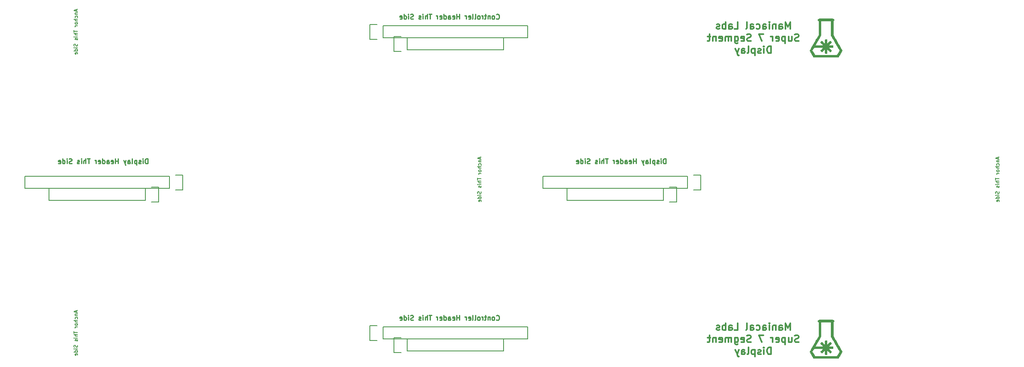
<source format=gbr>
G04 #@! TF.FileFunction,Legend,Bot*
%FSLAX46Y46*%
G04 Gerber Fmt 4.6, Leading zero omitted, Abs format (unit mm)*
G04 Created by KiCad (PCBNEW 4.0.4-1.fc25-product) date Wed Feb 22 20:12:38 2017*
%MOMM*%
%LPD*%
G01*
G04 APERTURE LIST*
%ADD10C,0.100000*%
%ADD11C,0.190500*%
%ADD12C,0.254000*%
%ADD13C,0.300000*%
%ADD14C,0.150000*%
%ADD15C,0.010000*%
G04 APERTURE END LIST*
D10*
D11*
X194437000Y-122936000D02*
X194437000Y-123298857D01*
X194654714Y-122863428D02*
X193892714Y-123117428D01*
X194654714Y-123371428D01*
X194146714Y-123625429D02*
X194654714Y-123625429D01*
X194219286Y-123625429D02*
X194183000Y-123661714D01*
X194146714Y-123734286D01*
X194146714Y-123843143D01*
X194183000Y-123915714D01*
X194255571Y-123952000D01*
X194654714Y-123952000D01*
X194618429Y-124641429D02*
X194654714Y-124568858D01*
X194654714Y-124423715D01*
X194618429Y-124351143D01*
X194582143Y-124314858D01*
X194509571Y-124278572D01*
X194291857Y-124278572D01*
X194219286Y-124314858D01*
X194183000Y-124351143D01*
X194146714Y-124423715D01*
X194146714Y-124568858D01*
X194183000Y-124641429D01*
X194654714Y-124968001D02*
X193892714Y-124968001D01*
X194654714Y-125294572D02*
X194255571Y-125294572D01*
X194183000Y-125258286D01*
X194146714Y-125185715D01*
X194146714Y-125076858D01*
X194183000Y-125004286D01*
X194219286Y-124968001D01*
X194654714Y-125766287D02*
X194618429Y-125693715D01*
X194582143Y-125657430D01*
X194509571Y-125621144D01*
X194291857Y-125621144D01*
X194219286Y-125657430D01*
X194183000Y-125693715D01*
X194146714Y-125766287D01*
X194146714Y-125875144D01*
X194183000Y-125947715D01*
X194219286Y-125984001D01*
X194291857Y-126020287D01*
X194509571Y-126020287D01*
X194582143Y-125984001D01*
X194618429Y-125947715D01*
X194654714Y-125875144D01*
X194654714Y-125766287D01*
X194654714Y-126346859D02*
X194146714Y-126346859D01*
X194291857Y-126346859D02*
X194219286Y-126383144D01*
X194183000Y-126419430D01*
X194146714Y-126492001D01*
X194146714Y-126564573D01*
X193892714Y-127290286D02*
X193892714Y-127725715D01*
X194654714Y-127508001D02*
X193892714Y-127508001D01*
X194654714Y-127979715D02*
X193892714Y-127979715D01*
X194654714Y-128306286D02*
X194255571Y-128306286D01*
X194183000Y-128270000D01*
X194146714Y-128197429D01*
X194146714Y-128088572D01*
X194183000Y-128016000D01*
X194219286Y-127979715D01*
X194654714Y-128669144D02*
X194146714Y-128669144D01*
X193892714Y-128669144D02*
X193929000Y-128632858D01*
X193965286Y-128669144D01*
X193929000Y-128705429D01*
X193892714Y-128669144D01*
X193965286Y-128669144D01*
X194618429Y-128995715D02*
X194654714Y-129068286D01*
X194654714Y-129213429D01*
X194618429Y-129286001D01*
X194545857Y-129322286D01*
X194509571Y-129322286D01*
X194437000Y-129286001D01*
X194400714Y-129213429D01*
X194400714Y-129104572D01*
X194364429Y-129032001D01*
X194291857Y-128995715D01*
X194255571Y-128995715D01*
X194183000Y-129032001D01*
X194146714Y-129104572D01*
X194146714Y-129213429D01*
X194183000Y-129286001D01*
X194618429Y-130193143D02*
X194654714Y-130302000D01*
X194654714Y-130483429D01*
X194618429Y-130556000D01*
X194582143Y-130592286D01*
X194509571Y-130628571D01*
X194437000Y-130628571D01*
X194364429Y-130592286D01*
X194328143Y-130556000D01*
X194291857Y-130483429D01*
X194255571Y-130338286D01*
X194219286Y-130265714D01*
X194183000Y-130229429D01*
X194110429Y-130193143D01*
X194037857Y-130193143D01*
X193965286Y-130229429D01*
X193929000Y-130265714D01*
X193892714Y-130338286D01*
X193892714Y-130519714D01*
X193929000Y-130628571D01*
X194654714Y-130955143D02*
X194146714Y-130955143D01*
X193892714Y-130955143D02*
X193929000Y-130918857D01*
X193965286Y-130955143D01*
X193929000Y-130991428D01*
X193892714Y-130955143D01*
X193965286Y-130955143D01*
X194654714Y-131644571D02*
X193892714Y-131644571D01*
X194618429Y-131644571D02*
X194654714Y-131572000D01*
X194654714Y-131426857D01*
X194618429Y-131354285D01*
X194582143Y-131318000D01*
X194509571Y-131281714D01*
X194291857Y-131281714D01*
X194219286Y-131318000D01*
X194183000Y-131354285D01*
X194146714Y-131426857D01*
X194146714Y-131572000D01*
X194183000Y-131644571D01*
X194618429Y-132297714D02*
X194654714Y-132225143D01*
X194654714Y-132080000D01*
X194618429Y-132007429D01*
X194545857Y-131971143D01*
X194255571Y-131971143D01*
X194183000Y-132007429D01*
X194146714Y-132080000D01*
X194146714Y-132225143D01*
X194183000Y-132297714D01*
X194255571Y-132334000D01*
X194328143Y-132334000D01*
X194400714Y-131971143D01*
D12*
X124345094Y-124284619D02*
X124345094Y-123268619D01*
X124103189Y-123268619D01*
X123958047Y-123317000D01*
X123861285Y-123413762D01*
X123812904Y-123510524D01*
X123764523Y-123704048D01*
X123764523Y-123849190D01*
X123812904Y-124042714D01*
X123861285Y-124139476D01*
X123958047Y-124236238D01*
X124103189Y-124284619D01*
X124345094Y-124284619D01*
X123329094Y-124284619D02*
X123329094Y-123607286D01*
X123329094Y-123268619D02*
X123377475Y-123317000D01*
X123329094Y-123365381D01*
X123280713Y-123317000D01*
X123329094Y-123268619D01*
X123329094Y-123365381D01*
X122893665Y-124236238D02*
X122796903Y-124284619D01*
X122603379Y-124284619D01*
X122506618Y-124236238D01*
X122458237Y-124139476D01*
X122458237Y-124091095D01*
X122506618Y-123994333D01*
X122603379Y-123945952D01*
X122748522Y-123945952D01*
X122845284Y-123897571D01*
X122893665Y-123800810D01*
X122893665Y-123752429D01*
X122845284Y-123655667D01*
X122748522Y-123607286D01*
X122603379Y-123607286D01*
X122506618Y-123655667D01*
X122022808Y-123607286D02*
X122022808Y-124623286D01*
X122022808Y-123655667D02*
X121926046Y-123607286D01*
X121732523Y-123607286D01*
X121635761Y-123655667D01*
X121587380Y-123704048D01*
X121538999Y-123800810D01*
X121538999Y-124091095D01*
X121587380Y-124187857D01*
X121635761Y-124236238D01*
X121732523Y-124284619D01*
X121926046Y-124284619D01*
X122022808Y-124236238D01*
X120958427Y-124284619D02*
X121055189Y-124236238D01*
X121103570Y-124139476D01*
X121103570Y-123268619D01*
X120135952Y-124284619D02*
X120135952Y-123752429D01*
X120184333Y-123655667D01*
X120281095Y-123607286D01*
X120474618Y-123607286D01*
X120571380Y-123655667D01*
X120135952Y-124236238D02*
X120232714Y-124284619D01*
X120474618Y-124284619D01*
X120571380Y-124236238D01*
X120619761Y-124139476D01*
X120619761Y-124042714D01*
X120571380Y-123945952D01*
X120474618Y-123897571D01*
X120232714Y-123897571D01*
X120135952Y-123849190D01*
X119748904Y-123607286D02*
X119506999Y-124284619D01*
X119265095Y-123607286D02*
X119506999Y-124284619D01*
X119603761Y-124526524D01*
X119652142Y-124574905D01*
X119748904Y-124623286D01*
X118103952Y-124284619D02*
X118103952Y-123268619D01*
X118103952Y-123752429D02*
X117523381Y-123752429D01*
X117523381Y-124284619D02*
X117523381Y-123268619D01*
X116652524Y-124236238D02*
X116749286Y-124284619D01*
X116942809Y-124284619D01*
X117039571Y-124236238D01*
X117087952Y-124139476D01*
X117087952Y-123752429D01*
X117039571Y-123655667D01*
X116942809Y-123607286D01*
X116749286Y-123607286D01*
X116652524Y-123655667D01*
X116604143Y-123752429D01*
X116604143Y-123849190D01*
X117087952Y-123945952D01*
X115733286Y-124284619D02*
X115733286Y-123752429D01*
X115781667Y-123655667D01*
X115878429Y-123607286D01*
X116071952Y-123607286D01*
X116168714Y-123655667D01*
X115733286Y-124236238D02*
X115830048Y-124284619D01*
X116071952Y-124284619D01*
X116168714Y-124236238D01*
X116217095Y-124139476D01*
X116217095Y-124042714D01*
X116168714Y-123945952D01*
X116071952Y-123897571D01*
X115830048Y-123897571D01*
X115733286Y-123849190D01*
X114814048Y-124284619D02*
X114814048Y-123268619D01*
X114814048Y-124236238D02*
X114910810Y-124284619D01*
X115104333Y-124284619D01*
X115201095Y-124236238D01*
X115249476Y-124187857D01*
X115297857Y-124091095D01*
X115297857Y-123800810D01*
X115249476Y-123704048D01*
X115201095Y-123655667D01*
X115104333Y-123607286D01*
X114910810Y-123607286D01*
X114814048Y-123655667D01*
X113943191Y-124236238D02*
X114039953Y-124284619D01*
X114233476Y-124284619D01*
X114330238Y-124236238D01*
X114378619Y-124139476D01*
X114378619Y-123752429D01*
X114330238Y-123655667D01*
X114233476Y-123607286D01*
X114039953Y-123607286D01*
X113943191Y-123655667D01*
X113894810Y-123752429D01*
X113894810Y-123849190D01*
X114378619Y-123945952D01*
X113459381Y-124284619D02*
X113459381Y-123607286D01*
X113459381Y-123800810D02*
X113411000Y-123704048D01*
X113362619Y-123655667D01*
X113265857Y-123607286D01*
X113169096Y-123607286D01*
X112201477Y-123268619D02*
X111620906Y-123268619D01*
X111911191Y-124284619D02*
X111911191Y-123268619D01*
X111282239Y-124284619D02*
X111282239Y-123268619D01*
X110846811Y-124284619D02*
X110846811Y-123752429D01*
X110895192Y-123655667D01*
X110991954Y-123607286D01*
X111137096Y-123607286D01*
X111233858Y-123655667D01*
X111282239Y-123704048D01*
X110363001Y-124284619D02*
X110363001Y-123607286D01*
X110363001Y-123268619D02*
X110411382Y-123317000D01*
X110363001Y-123365381D01*
X110314620Y-123317000D01*
X110363001Y-123268619D01*
X110363001Y-123365381D01*
X109927572Y-124236238D02*
X109830810Y-124284619D01*
X109637286Y-124284619D01*
X109540525Y-124236238D01*
X109492144Y-124139476D01*
X109492144Y-124091095D01*
X109540525Y-123994333D01*
X109637286Y-123945952D01*
X109782429Y-123945952D01*
X109879191Y-123897571D01*
X109927572Y-123800810D01*
X109927572Y-123752429D01*
X109879191Y-123655667D01*
X109782429Y-123607286D01*
X109637286Y-123607286D01*
X109540525Y-123655667D01*
X108331001Y-124236238D02*
X108185858Y-124284619D01*
X107943954Y-124284619D01*
X107847192Y-124236238D01*
X107798811Y-124187857D01*
X107750430Y-124091095D01*
X107750430Y-123994333D01*
X107798811Y-123897571D01*
X107847192Y-123849190D01*
X107943954Y-123800810D01*
X108137477Y-123752429D01*
X108234239Y-123704048D01*
X108282620Y-123655667D01*
X108331001Y-123558905D01*
X108331001Y-123462143D01*
X108282620Y-123365381D01*
X108234239Y-123317000D01*
X108137477Y-123268619D01*
X107895573Y-123268619D01*
X107750430Y-123317000D01*
X107315001Y-124284619D02*
X107315001Y-123607286D01*
X107315001Y-123268619D02*
X107363382Y-123317000D01*
X107315001Y-123365381D01*
X107266620Y-123317000D01*
X107315001Y-123268619D01*
X107315001Y-123365381D01*
X106395763Y-124284619D02*
X106395763Y-123268619D01*
X106395763Y-124236238D02*
X106492525Y-124284619D01*
X106686048Y-124284619D01*
X106782810Y-124236238D01*
X106831191Y-124187857D01*
X106879572Y-124091095D01*
X106879572Y-123800810D01*
X106831191Y-123704048D01*
X106782810Y-123655667D01*
X106686048Y-123607286D01*
X106492525Y-123607286D01*
X106395763Y-123655667D01*
X105524906Y-124236238D02*
X105621668Y-124284619D01*
X105815191Y-124284619D01*
X105911953Y-124236238D01*
X105960334Y-124139476D01*
X105960334Y-123752429D01*
X105911953Y-123655667D01*
X105815191Y-123607286D01*
X105621668Y-123607286D01*
X105524906Y-123655667D01*
X105476525Y-123752429D01*
X105476525Y-123849190D01*
X105960334Y-123945952D01*
D11*
X303657000Y-122936000D02*
X303657000Y-123298857D01*
X303874714Y-122863428D02*
X303112714Y-123117428D01*
X303874714Y-123371428D01*
X303366714Y-123625429D02*
X303874714Y-123625429D01*
X303439286Y-123625429D02*
X303403000Y-123661714D01*
X303366714Y-123734286D01*
X303366714Y-123843143D01*
X303403000Y-123915714D01*
X303475571Y-123952000D01*
X303874714Y-123952000D01*
X303838429Y-124641429D02*
X303874714Y-124568858D01*
X303874714Y-124423715D01*
X303838429Y-124351143D01*
X303802143Y-124314858D01*
X303729571Y-124278572D01*
X303511857Y-124278572D01*
X303439286Y-124314858D01*
X303403000Y-124351143D01*
X303366714Y-124423715D01*
X303366714Y-124568858D01*
X303403000Y-124641429D01*
X303874714Y-124968001D02*
X303112714Y-124968001D01*
X303874714Y-125294572D02*
X303475571Y-125294572D01*
X303403000Y-125258286D01*
X303366714Y-125185715D01*
X303366714Y-125076858D01*
X303403000Y-125004286D01*
X303439286Y-124968001D01*
X303874714Y-125766287D02*
X303838429Y-125693715D01*
X303802143Y-125657430D01*
X303729571Y-125621144D01*
X303511857Y-125621144D01*
X303439286Y-125657430D01*
X303403000Y-125693715D01*
X303366714Y-125766287D01*
X303366714Y-125875144D01*
X303403000Y-125947715D01*
X303439286Y-125984001D01*
X303511857Y-126020287D01*
X303729571Y-126020287D01*
X303802143Y-125984001D01*
X303838429Y-125947715D01*
X303874714Y-125875144D01*
X303874714Y-125766287D01*
X303874714Y-126346859D02*
X303366714Y-126346859D01*
X303511857Y-126346859D02*
X303439286Y-126383144D01*
X303403000Y-126419430D01*
X303366714Y-126492001D01*
X303366714Y-126564573D01*
X303112714Y-127290286D02*
X303112714Y-127725715D01*
X303874714Y-127508001D02*
X303112714Y-127508001D01*
X303874714Y-127979715D02*
X303112714Y-127979715D01*
X303874714Y-128306286D02*
X303475571Y-128306286D01*
X303403000Y-128270000D01*
X303366714Y-128197429D01*
X303366714Y-128088572D01*
X303403000Y-128016000D01*
X303439286Y-127979715D01*
X303874714Y-128669144D02*
X303366714Y-128669144D01*
X303112714Y-128669144D02*
X303149000Y-128632858D01*
X303185286Y-128669144D01*
X303149000Y-128705429D01*
X303112714Y-128669144D01*
X303185286Y-128669144D01*
X303838429Y-128995715D02*
X303874714Y-129068286D01*
X303874714Y-129213429D01*
X303838429Y-129286001D01*
X303765857Y-129322286D01*
X303729571Y-129322286D01*
X303657000Y-129286001D01*
X303620714Y-129213429D01*
X303620714Y-129104572D01*
X303584429Y-129032001D01*
X303511857Y-128995715D01*
X303475571Y-128995715D01*
X303403000Y-129032001D01*
X303366714Y-129104572D01*
X303366714Y-129213429D01*
X303403000Y-129286001D01*
X303838429Y-130193143D02*
X303874714Y-130302000D01*
X303874714Y-130483429D01*
X303838429Y-130556000D01*
X303802143Y-130592286D01*
X303729571Y-130628571D01*
X303657000Y-130628571D01*
X303584429Y-130592286D01*
X303548143Y-130556000D01*
X303511857Y-130483429D01*
X303475571Y-130338286D01*
X303439286Y-130265714D01*
X303403000Y-130229429D01*
X303330429Y-130193143D01*
X303257857Y-130193143D01*
X303185286Y-130229429D01*
X303149000Y-130265714D01*
X303112714Y-130338286D01*
X303112714Y-130519714D01*
X303149000Y-130628571D01*
X303874714Y-130955143D02*
X303366714Y-130955143D01*
X303112714Y-130955143D02*
X303149000Y-130918857D01*
X303185286Y-130955143D01*
X303149000Y-130991428D01*
X303112714Y-130955143D01*
X303185286Y-130955143D01*
X303874714Y-131644571D02*
X303112714Y-131644571D01*
X303838429Y-131644571D02*
X303874714Y-131572000D01*
X303874714Y-131426857D01*
X303838429Y-131354285D01*
X303802143Y-131318000D01*
X303729571Y-131281714D01*
X303511857Y-131281714D01*
X303439286Y-131318000D01*
X303403000Y-131354285D01*
X303366714Y-131426857D01*
X303366714Y-131572000D01*
X303403000Y-131644571D01*
X303838429Y-132297714D02*
X303874714Y-132225143D01*
X303874714Y-132080000D01*
X303838429Y-132007429D01*
X303765857Y-131971143D01*
X303475571Y-131971143D01*
X303403000Y-132007429D01*
X303366714Y-132080000D01*
X303366714Y-132225143D01*
X303403000Y-132297714D01*
X303475571Y-132334000D01*
X303548143Y-132334000D01*
X303620714Y-131971143D01*
D12*
X233565094Y-124284619D02*
X233565094Y-123268619D01*
X233323189Y-123268619D01*
X233178047Y-123317000D01*
X233081285Y-123413762D01*
X233032904Y-123510524D01*
X232984523Y-123704048D01*
X232984523Y-123849190D01*
X233032904Y-124042714D01*
X233081285Y-124139476D01*
X233178047Y-124236238D01*
X233323189Y-124284619D01*
X233565094Y-124284619D01*
X232549094Y-124284619D02*
X232549094Y-123607286D01*
X232549094Y-123268619D02*
X232597475Y-123317000D01*
X232549094Y-123365381D01*
X232500713Y-123317000D01*
X232549094Y-123268619D01*
X232549094Y-123365381D01*
X232113665Y-124236238D02*
X232016903Y-124284619D01*
X231823379Y-124284619D01*
X231726618Y-124236238D01*
X231678237Y-124139476D01*
X231678237Y-124091095D01*
X231726618Y-123994333D01*
X231823379Y-123945952D01*
X231968522Y-123945952D01*
X232065284Y-123897571D01*
X232113665Y-123800810D01*
X232113665Y-123752429D01*
X232065284Y-123655667D01*
X231968522Y-123607286D01*
X231823379Y-123607286D01*
X231726618Y-123655667D01*
X231242808Y-123607286D02*
X231242808Y-124623286D01*
X231242808Y-123655667D02*
X231146046Y-123607286D01*
X230952523Y-123607286D01*
X230855761Y-123655667D01*
X230807380Y-123704048D01*
X230758999Y-123800810D01*
X230758999Y-124091095D01*
X230807380Y-124187857D01*
X230855761Y-124236238D01*
X230952523Y-124284619D01*
X231146046Y-124284619D01*
X231242808Y-124236238D01*
X230178427Y-124284619D02*
X230275189Y-124236238D01*
X230323570Y-124139476D01*
X230323570Y-123268619D01*
X229355952Y-124284619D02*
X229355952Y-123752429D01*
X229404333Y-123655667D01*
X229501095Y-123607286D01*
X229694618Y-123607286D01*
X229791380Y-123655667D01*
X229355952Y-124236238D02*
X229452714Y-124284619D01*
X229694618Y-124284619D01*
X229791380Y-124236238D01*
X229839761Y-124139476D01*
X229839761Y-124042714D01*
X229791380Y-123945952D01*
X229694618Y-123897571D01*
X229452714Y-123897571D01*
X229355952Y-123849190D01*
X228968904Y-123607286D02*
X228726999Y-124284619D01*
X228485095Y-123607286D02*
X228726999Y-124284619D01*
X228823761Y-124526524D01*
X228872142Y-124574905D01*
X228968904Y-124623286D01*
X227323952Y-124284619D02*
X227323952Y-123268619D01*
X227323952Y-123752429D02*
X226743381Y-123752429D01*
X226743381Y-124284619D02*
X226743381Y-123268619D01*
X225872524Y-124236238D02*
X225969286Y-124284619D01*
X226162809Y-124284619D01*
X226259571Y-124236238D01*
X226307952Y-124139476D01*
X226307952Y-123752429D01*
X226259571Y-123655667D01*
X226162809Y-123607286D01*
X225969286Y-123607286D01*
X225872524Y-123655667D01*
X225824143Y-123752429D01*
X225824143Y-123849190D01*
X226307952Y-123945952D01*
X224953286Y-124284619D02*
X224953286Y-123752429D01*
X225001667Y-123655667D01*
X225098429Y-123607286D01*
X225291952Y-123607286D01*
X225388714Y-123655667D01*
X224953286Y-124236238D02*
X225050048Y-124284619D01*
X225291952Y-124284619D01*
X225388714Y-124236238D01*
X225437095Y-124139476D01*
X225437095Y-124042714D01*
X225388714Y-123945952D01*
X225291952Y-123897571D01*
X225050048Y-123897571D01*
X224953286Y-123849190D01*
X224034048Y-124284619D02*
X224034048Y-123268619D01*
X224034048Y-124236238D02*
X224130810Y-124284619D01*
X224324333Y-124284619D01*
X224421095Y-124236238D01*
X224469476Y-124187857D01*
X224517857Y-124091095D01*
X224517857Y-123800810D01*
X224469476Y-123704048D01*
X224421095Y-123655667D01*
X224324333Y-123607286D01*
X224130810Y-123607286D01*
X224034048Y-123655667D01*
X223163191Y-124236238D02*
X223259953Y-124284619D01*
X223453476Y-124284619D01*
X223550238Y-124236238D01*
X223598619Y-124139476D01*
X223598619Y-123752429D01*
X223550238Y-123655667D01*
X223453476Y-123607286D01*
X223259953Y-123607286D01*
X223163191Y-123655667D01*
X223114810Y-123752429D01*
X223114810Y-123849190D01*
X223598619Y-123945952D01*
X222679381Y-124284619D02*
X222679381Y-123607286D01*
X222679381Y-123800810D02*
X222631000Y-123704048D01*
X222582619Y-123655667D01*
X222485857Y-123607286D01*
X222389096Y-123607286D01*
X221421477Y-123268619D02*
X220840906Y-123268619D01*
X221131191Y-124284619D02*
X221131191Y-123268619D01*
X220502239Y-124284619D02*
X220502239Y-123268619D01*
X220066811Y-124284619D02*
X220066811Y-123752429D01*
X220115192Y-123655667D01*
X220211954Y-123607286D01*
X220357096Y-123607286D01*
X220453858Y-123655667D01*
X220502239Y-123704048D01*
X219583001Y-124284619D02*
X219583001Y-123607286D01*
X219583001Y-123268619D02*
X219631382Y-123317000D01*
X219583001Y-123365381D01*
X219534620Y-123317000D01*
X219583001Y-123268619D01*
X219583001Y-123365381D01*
X219147572Y-124236238D02*
X219050810Y-124284619D01*
X218857286Y-124284619D01*
X218760525Y-124236238D01*
X218712144Y-124139476D01*
X218712144Y-124091095D01*
X218760525Y-123994333D01*
X218857286Y-123945952D01*
X219002429Y-123945952D01*
X219099191Y-123897571D01*
X219147572Y-123800810D01*
X219147572Y-123752429D01*
X219099191Y-123655667D01*
X219002429Y-123607286D01*
X218857286Y-123607286D01*
X218760525Y-123655667D01*
X217551001Y-124236238D02*
X217405858Y-124284619D01*
X217163954Y-124284619D01*
X217067192Y-124236238D01*
X217018811Y-124187857D01*
X216970430Y-124091095D01*
X216970430Y-123994333D01*
X217018811Y-123897571D01*
X217067192Y-123849190D01*
X217163954Y-123800810D01*
X217357477Y-123752429D01*
X217454239Y-123704048D01*
X217502620Y-123655667D01*
X217551001Y-123558905D01*
X217551001Y-123462143D01*
X217502620Y-123365381D01*
X217454239Y-123317000D01*
X217357477Y-123268619D01*
X217115573Y-123268619D01*
X216970430Y-123317000D01*
X216535001Y-124284619D02*
X216535001Y-123607286D01*
X216535001Y-123268619D02*
X216583382Y-123317000D01*
X216535001Y-123365381D01*
X216486620Y-123317000D01*
X216535001Y-123268619D01*
X216535001Y-123365381D01*
X215615763Y-124284619D02*
X215615763Y-123268619D01*
X215615763Y-124236238D02*
X215712525Y-124284619D01*
X215906048Y-124284619D01*
X216002810Y-124236238D01*
X216051191Y-124187857D01*
X216099572Y-124091095D01*
X216099572Y-123800810D01*
X216051191Y-123704048D01*
X216002810Y-123655667D01*
X215906048Y-123607286D01*
X215712525Y-123607286D01*
X215615763Y-123655667D01*
X214744906Y-124236238D02*
X214841668Y-124284619D01*
X215035191Y-124284619D01*
X215131953Y-124236238D01*
X215180334Y-124139476D01*
X215180334Y-123752429D01*
X215131953Y-123655667D01*
X215035191Y-123607286D01*
X214841668Y-123607286D01*
X214744906Y-123655667D01*
X214696525Y-123752429D01*
X214696525Y-123849190D01*
X215180334Y-123945952D01*
D11*
X109347000Y-91821000D02*
X109347000Y-92183857D01*
X109564714Y-91748428D02*
X108802714Y-92002428D01*
X109564714Y-92256428D01*
X109056714Y-92510429D02*
X109564714Y-92510429D01*
X109129286Y-92510429D02*
X109093000Y-92546714D01*
X109056714Y-92619286D01*
X109056714Y-92728143D01*
X109093000Y-92800714D01*
X109165571Y-92837000D01*
X109564714Y-92837000D01*
X109528429Y-93526429D02*
X109564714Y-93453858D01*
X109564714Y-93308715D01*
X109528429Y-93236143D01*
X109492143Y-93199858D01*
X109419571Y-93163572D01*
X109201857Y-93163572D01*
X109129286Y-93199858D01*
X109093000Y-93236143D01*
X109056714Y-93308715D01*
X109056714Y-93453858D01*
X109093000Y-93526429D01*
X109564714Y-93853001D02*
X108802714Y-93853001D01*
X109564714Y-94179572D02*
X109165571Y-94179572D01*
X109093000Y-94143286D01*
X109056714Y-94070715D01*
X109056714Y-93961858D01*
X109093000Y-93889286D01*
X109129286Y-93853001D01*
X109564714Y-94651287D02*
X109528429Y-94578715D01*
X109492143Y-94542430D01*
X109419571Y-94506144D01*
X109201857Y-94506144D01*
X109129286Y-94542430D01*
X109093000Y-94578715D01*
X109056714Y-94651287D01*
X109056714Y-94760144D01*
X109093000Y-94832715D01*
X109129286Y-94869001D01*
X109201857Y-94905287D01*
X109419571Y-94905287D01*
X109492143Y-94869001D01*
X109528429Y-94832715D01*
X109564714Y-94760144D01*
X109564714Y-94651287D01*
X109564714Y-95231859D02*
X109056714Y-95231859D01*
X109201857Y-95231859D02*
X109129286Y-95268144D01*
X109093000Y-95304430D01*
X109056714Y-95377001D01*
X109056714Y-95449573D01*
X108802714Y-96175286D02*
X108802714Y-96610715D01*
X109564714Y-96393001D02*
X108802714Y-96393001D01*
X109564714Y-96864715D02*
X108802714Y-96864715D01*
X109564714Y-97191286D02*
X109165571Y-97191286D01*
X109093000Y-97155000D01*
X109056714Y-97082429D01*
X109056714Y-96973572D01*
X109093000Y-96901000D01*
X109129286Y-96864715D01*
X109564714Y-97554144D02*
X109056714Y-97554144D01*
X108802714Y-97554144D02*
X108839000Y-97517858D01*
X108875286Y-97554144D01*
X108839000Y-97590429D01*
X108802714Y-97554144D01*
X108875286Y-97554144D01*
X109528429Y-97880715D02*
X109564714Y-97953286D01*
X109564714Y-98098429D01*
X109528429Y-98171001D01*
X109455857Y-98207286D01*
X109419571Y-98207286D01*
X109347000Y-98171001D01*
X109310714Y-98098429D01*
X109310714Y-97989572D01*
X109274429Y-97917001D01*
X109201857Y-97880715D01*
X109165571Y-97880715D01*
X109093000Y-97917001D01*
X109056714Y-97989572D01*
X109056714Y-98098429D01*
X109093000Y-98171001D01*
X109528429Y-99078143D02*
X109564714Y-99187000D01*
X109564714Y-99368429D01*
X109528429Y-99441000D01*
X109492143Y-99477286D01*
X109419571Y-99513571D01*
X109347000Y-99513571D01*
X109274429Y-99477286D01*
X109238143Y-99441000D01*
X109201857Y-99368429D01*
X109165571Y-99223286D01*
X109129286Y-99150714D01*
X109093000Y-99114429D01*
X109020429Y-99078143D01*
X108947857Y-99078143D01*
X108875286Y-99114429D01*
X108839000Y-99150714D01*
X108802714Y-99223286D01*
X108802714Y-99404714D01*
X108839000Y-99513571D01*
X109564714Y-99840143D02*
X109056714Y-99840143D01*
X108802714Y-99840143D02*
X108839000Y-99803857D01*
X108875286Y-99840143D01*
X108839000Y-99876428D01*
X108802714Y-99840143D01*
X108875286Y-99840143D01*
X109564714Y-100529571D02*
X108802714Y-100529571D01*
X109528429Y-100529571D02*
X109564714Y-100457000D01*
X109564714Y-100311857D01*
X109528429Y-100239285D01*
X109492143Y-100203000D01*
X109419571Y-100166714D01*
X109201857Y-100166714D01*
X109129286Y-100203000D01*
X109093000Y-100239285D01*
X109056714Y-100311857D01*
X109056714Y-100457000D01*
X109093000Y-100529571D01*
X109528429Y-101182714D02*
X109564714Y-101110143D01*
X109564714Y-100965000D01*
X109528429Y-100892429D01*
X109455857Y-100856143D01*
X109165571Y-100856143D01*
X109093000Y-100892429D01*
X109056714Y-100965000D01*
X109056714Y-101110143D01*
X109093000Y-101182714D01*
X109165571Y-101219000D01*
X109238143Y-101219000D01*
X109310714Y-100856143D01*
D12*
X197829712Y-93707857D02*
X197878093Y-93756238D01*
X198023236Y-93804619D01*
X198119998Y-93804619D01*
X198265140Y-93756238D01*
X198361902Y-93659476D01*
X198410283Y-93562714D01*
X198458664Y-93369190D01*
X198458664Y-93224048D01*
X198410283Y-93030524D01*
X198361902Y-92933762D01*
X198265140Y-92837000D01*
X198119998Y-92788619D01*
X198023236Y-92788619D01*
X197878093Y-92837000D01*
X197829712Y-92885381D01*
X197249140Y-93804619D02*
X197345902Y-93756238D01*
X197394283Y-93707857D01*
X197442664Y-93611095D01*
X197442664Y-93320810D01*
X197394283Y-93224048D01*
X197345902Y-93175667D01*
X197249140Y-93127286D01*
X197103998Y-93127286D01*
X197007236Y-93175667D01*
X196958855Y-93224048D01*
X196910474Y-93320810D01*
X196910474Y-93611095D01*
X196958855Y-93707857D01*
X197007236Y-93756238D01*
X197103998Y-93804619D01*
X197249140Y-93804619D01*
X196475045Y-93127286D02*
X196475045Y-93804619D01*
X196475045Y-93224048D02*
X196426664Y-93175667D01*
X196329902Y-93127286D01*
X196184760Y-93127286D01*
X196087998Y-93175667D01*
X196039617Y-93272429D01*
X196039617Y-93804619D01*
X195700950Y-93127286D02*
X195313902Y-93127286D01*
X195555807Y-92788619D02*
X195555807Y-93659476D01*
X195507426Y-93756238D01*
X195410664Y-93804619D01*
X195313902Y-93804619D01*
X194975236Y-93804619D02*
X194975236Y-93127286D01*
X194975236Y-93320810D02*
X194926855Y-93224048D01*
X194878474Y-93175667D01*
X194781712Y-93127286D01*
X194684951Y-93127286D01*
X194201141Y-93804619D02*
X194297903Y-93756238D01*
X194346284Y-93707857D01*
X194394665Y-93611095D01*
X194394665Y-93320810D01*
X194346284Y-93224048D01*
X194297903Y-93175667D01*
X194201141Y-93127286D01*
X194055999Y-93127286D01*
X193959237Y-93175667D01*
X193910856Y-93224048D01*
X193862475Y-93320810D01*
X193862475Y-93611095D01*
X193910856Y-93707857D01*
X193959237Y-93756238D01*
X194055999Y-93804619D01*
X194201141Y-93804619D01*
X193281903Y-93804619D02*
X193378665Y-93756238D01*
X193427046Y-93659476D01*
X193427046Y-92788619D01*
X192749713Y-93804619D02*
X192846475Y-93756238D01*
X192894856Y-93659476D01*
X192894856Y-92788619D01*
X191975619Y-93756238D02*
X192072381Y-93804619D01*
X192265904Y-93804619D01*
X192362666Y-93756238D01*
X192411047Y-93659476D01*
X192411047Y-93272429D01*
X192362666Y-93175667D01*
X192265904Y-93127286D01*
X192072381Y-93127286D01*
X191975619Y-93175667D01*
X191927238Y-93272429D01*
X191927238Y-93369190D01*
X192411047Y-93465952D01*
X191491809Y-93804619D02*
X191491809Y-93127286D01*
X191491809Y-93320810D02*
X191443428Y-93224048D01*
X191395047Y-93175667D01*
X191298285Y-93127286D01*
X191201524Y-93127286D01*
X190088762Y-93804619D02*
X190088762Y-92788619D01*
X190088762Y-93272429D02*
X189508191Y-93272429D01*
X189508191Y-93804619D02*
X189508191Y-92788619D01*
X188637334Y-93756238D02*
X188734096Y-93804619D01*
X188927619Y-93804619D01*
X189024381Y-93756238D01*
X189072762Y-93659476D01*
X189072762Y-93272429D01*
X189024381Y-93175667D01*
X188927619Y-93127286D01*
X188734096Y-93127286D01*
X188637334Y-93175667D01*
X188588953Y-93272429D01*
X188588953Y-93369190D01*
X189072762Y-93465952D01*
X187718096Y-93804619D02*
X187718096Y-93272429D01*
X187766477Y-93175667D01*
X187863239Y-93127286D01*
X188056762Y-93127286D01*
X188153524Y-93175667D01*
X187718096Y-93756238D02*
X187814858Y-93804619D01*
X188056762Y-93804619D01*
X188153524Y-93756238D01*
X188201905Y-93659476D01*
X188201905Y-93562714D01*
X188153524Y-93465952D01*
X188056762Y-93417571D01*
X187814858Y-93417571D01*
X187718096Y-93369190D01*
X186798858Y-93804619D02*
X186798858Y-92788619D01*
X186798858Y-93756238D02*
X186895620Y-93804619D01*
X187089143Y-93804619D01*
X187185905Y-93756238D01*
X187234286Y-93707857D01*
X187282667Y-93611095D01*
X187282667Y-93320810D01*
X187234286Y-93224048D01*
X187185905Y-93175667D01*
X187089143Y-93127286D01*
X186895620Y-93127286D01*
X186798858Y-93175667D01*
X185928001Y-93756238D02*
X186024763Y-93804619D01*
X186218286Y-93804619D01*
X186315048Y-93756238D01*
X186363429Y-93659476D01*
X186363429Y-93272429D01*
X186315048Y-93175667D01*
X186218286Y-93127286D01*
X186024763Y-93127286D01*
X185928001Y-93175667D01*
X185879620Y-93272429D01*
X185879620Y-93369190D01*
X186363429Y-93465952D01*
X185444191Y-93804619D02*
X185444191Y-93127286D01*
X185444191Y-93320810D02*
X185395810Y-93224048D01*
X185347429Y-93175667D01*
X185250667Y-93127286D01*
X185153906Y-93127286D01*
X184186287Y-92788619D02*
X183605716Y-92788619D01*
X183896001Y-93804619D02*
X183896001Y-92788619D01*
X183267049Y-93804619D02*
X183267049Y-92788619D01*
X182831621Y-93804619D02*
X182831621Y-93272429D01*
X182880002Y-93175667D01*
X182976764Y-93127286D01*
X183121906Y-93127286D01*
X183218668Y-93175667D01*
X183267049Y-93224048D01*
X182347811Y-93804619D02*
X182347811Y-93127286D01*
X182347811Y-92788619D02*
X182396192Y-92837000D01*
X182347811Y-92885381D01*
X182299430Y-92837000D01*
X182347811Y-92788619D01*
X182347811Y-92885381D01*
X181912382Y-93756238D02*
X181815620Y-93804619D01*
X181622096Y-93804619D01*
X181525335Y-93756238D01*
X181476954Y-93659476D01*
X181476954Y-93611095D01*
X181525335Y-93514333D01*
X181622096Y-93465952D01*
X181767239Y-93465952D01*
X181864001Y-93417571D01*
X181912382Y-93320810D01*
X181912382Y-93272429D01*
X181864001Y-93175667D01*
X181767239Y-93127286D01*
X181622096Y-93127286D01*
X181525335Y-93175667D01*
X180315811Y-93756238D02*
X180170668Y-93804619D01*
X179928764Y-93804619D01*
X179832002Y-93756238D01*
X179783621Y-93707857D01*
X179735240Y-93611095D01*
X179735240Y-93514333D01*
X179783621Y-93417571D01*
X179832002Y-93369190D01*
X179928764Y-93320810D01*
X180122287Y-93272429D01*
X180219049Y-93224048D01*
X180267430Y-93175667D01*
X180315811Y-93078905D01*
X180315811Y-92982143D01*
X180267430Y-92885381D01*
X180219049Y-92837000D01*
X180122287Y-92788619D01*
X179880383Y-92788619D01*
X179735240Y-92837000D01*
X179299811Y-93804619D02*
X179299811Y-93127286D01*
X179299811Y-92788619D02*
X179348192Y-92837000D01*
X179299811Y-92885381D01*
X179251430Y-92837000D01*
X179299811Y-92788619D01*
X179299811Y-92885381D01*
X178380573Y-93804619D02*
X178380573Y-92788619D01*
X178380573Y-93756238D02*
X178477335Y-93804619D01*
X178670858Y-93804619D01*
X178767620Y-93756238D01*
X178816001Y-93707857D01*
X178864382Y-93611095D01*
X178864382Y-93320810D01*
X178816001Y-93224048D01*
X178767620Y-93175667D01*
X178670858Y-93127286D01*
X178477335Y-93127286D01*
X178380573Y-93175667D01*
X177509716Y-93756238D02*
X177606478Y-93804619D01*
X177800001Y-93804619D01*
X177896763Y-93756238D01*
X177945144Y-93659476D01*
X177945144Y-93272429D01*
X177896763Y-93175667D01*
X177800001Y-93127286D01*
X177606478Y-93127286D01*
X177509716Y-93175667D01*
X177461335Y-93272429D01*
X177461335Y-93369190D01*
X177945144Y-93465952D01*
D13*
X259845000Y-95918571D02*
X259845000Y-94418571D01*
X259345000Y-95490000D01*
X258845000Y-94418571D01*
X258845000Y-95918571D01*
X257487857Y-95918571D02*
X257487857Y-95132857D01*
X257559286Y-94990000D01*
X257702143Y-94918571D01*
X257987857Y-94918571D01*
X258130714Y-94990000D01*
X257487857Y-95847143D02*
X257630714Y-95918571D01*
X257987857Y-95918571D01*
X258130714Y-95847143D01*
X258202143Y-95704286D01*
X258202143Y-95561429D01*
X258130714Y-95418571D01*
X257987857Y-95347143D01*
X257630714Y-95347143D01*
X257487857Y-95275714D01*
X256773571Y-94918571D02*
X256773571Y-95918571D01*
X256773571Y-95061429D02*
X256702143Y-94990000D01*
X256559285Y-94918571D01*
X256345000Y-94918571D01*
X256202143Y-94990000D01*
X256130714Y-95132857D01*
X256130714Y-95918571D01*
X255416428Y-95918571D02*
X255416428Y-94918571D01*
X255416428Y-94418571D02*
X255487857Y-94490000D01*
X255416428Y-94561429D01*
X255345000Y-94490000D01*
X255416428Y-94418571D01*
X255416428Y-94561429D01*
X254059285Y-95918571D02*
X254059285Y-95132857D01*
X254130714Y-94990000D01*
X254273571Y-94918571D01*
X254559285Y-94918571D01*
X254702142Y-94990000D01*
X254059285Y-95847143D02*
X254202142Y-95918571D01*
X254559285Y-95918571D01*
X254702142Y-95847143D01*
X254773571Y-95704286D01*
X254773571Y-95561429D01*
X254702142Y-95418571D01*
X254559285Y-95347143D01*
X254202142Y-95347143D01*
X254059285Y-95275714D01*
X252702142Y-95847143D02*
X252844999Y-95918571D01*
X253130713Y-95918571D01*
X253273571Y-95847143D01*
X253344999Y-95775714D01*
X253416428Y-95632857D01*
X253416428Y-95204286D01*
X253344999Y-95061429D01*
X253273571Y-94990000D01*
X253130713Y-94918571D01*
X252844999Y-94918571D01*
X252702142Y-94990000D01*
X251416428Y-95918571D02*
X251416428Y-95132857D01*
X251487857Y-94990000D01*
X251630714Y-94918571D01*
X251916428Y-94918571D01*
X252059285Y-94990000D01*
X251416428Y-95847143D02*
X251559285Y-95918571D01*
X251916428Y-95918571D01*
X252059285Y-95847143D01*
X252130714Y-95704286D01*
X252130714Y-95561429D01*
X252059285Y-95418571D01*
X251916428Y-95347143D01*
X251559285Y-95347143D01*
X251416428Y-95275714D01*
X250487856Y-95918571D02*
X250630714Y-95847143D01*
X250702142Y-95704286D01*
X250702142Y-94418571D01*
X248059285Y-95918571D02*
X248773571Y-95918571D01*
X248773571Y-94418571D01*
X246916428Y-95918571D02*
X246916428Y-95132857D01*
X246987857Y-94990000D01*
X247130714Y-94918571D01*
X247416428Y-94918571D01*
X247559285Y-94990000D01*
X246916428Y-95847143D02*
X247059285Y-95918571D01*
X247416428Y-95918571D01*
X247559285Y-95847143D01*
X247630714Y-95704286D01*
X247630714Y-95561429D01*
X247559285Y-95418571D01*
X247416428Y-95347143D01*
X247059285Y-95347143D01*
X246916428Y-95275714D01*
X246202142Y-95918571D02*
X246202142Y-94418571D01*
X246202142Y-94990000D02*
X246059285Y-94918571D01*
X245773571Y-94918571D01*
X245630714Y-94990000D01*
X245559285Y-95061429D01*
X245487856Y-95204286D01*
X245487856Y-95632857D01*
X245559285Y-95775714D01*
X245630714Y-95847143D01*
X245773571Y-95918571D01*
X246059285Y-95918571D01*
X246202142Y-95847143D01*
X244916428Y-95847143D02*
X244773571Y-95918571D01*
X244487856Y-95918571D01*
X244344999Y-95847143D01*
X244273571Y-95704286D01*
X244273571Y-95632857D01*
X244344999Y-95490000D01*
X244487856Y-95418571D01*
X244702142Y-95418571D01*
X244844999Y-95347143D01*
X244916428Y-95204286D01*
X244916428Y-95132857D01*
X244844999Y-94990000D01*
X244702142Y-94918571D01*
X244487856Y-94918571D01*
X244344999Y-94990000D01*
X261630713Y-98397143D02*
X261416427Y-98468571D01*
X261059284Y-98468571D01*
X260916427Y-98397143D01*
X260844998Y-98325714D01*
X260773570Y-98182857D01*
X260773570Y-98040000D01*
X260844998Y-97897143D01*
X260916427Y-97825714D01*
X261059284Y-97754286D01*
X261344998Y-97682857D01*
X261487856Y-97611429D01*
X261559284Y-97540000D01*
X261630713Y-97397143D01*
X261630713Y-97254286D01*
X261559284Y-97111429D01*
X261487856Y-97040000D01*
X261344998Y-96968571D01*
X260987856Y-96968571D01*
X260773570Y-97040000D01*
X259487856Y-97468571D02*
X259487856Y-98468571D01*
X260130713Y-97468571D02*
X260130713Y-98254286D01*
X260059285Y-98397143D01*
X259916427Y-98468571D01*
X259702142Y-98468571D01*
X259559285Y-98397143D01*
X259487856Y-98325714D01*
X258773570Y-97468571D02*
X258773570Y-98968571D01*
X258773570Y-97540000D02*
X258630713Y-97468571D01*
X258344999Y-97468571D01*
X258202142Y-97540000D01*
X258130713Y-97611429D01*
X258059284Y-97754286D01*
X258059284Y-98182857D01*
X258130713Y-98325714D01*
X258202142Y-98397143D01*
X258344999Y-98468571D01*
X258630713Y-98468571D01*
X258773570Y-98397143D01*
X256844999Y-98397143D02*
X256987856Y-98468571D01*
X257273570Y-98468571D01*
X257416427Y-98397143D01*
X257487856Y-98254286D01*
X257487856Y-97682857D01*
X257416427Y-97540000D01*
X257273570Y-97468571D01*
X256987856Y-97468571D01*
X256844999Y-97540000D01*
X256773570Y-97682857D01*
X256773570Y-97825714D01*
X257487856Y-97968571D01*
X256130713Y-98468571D02*
X256130713Y-97468571D01*
X256130713Y-97754286D02*
X256059285Y-97611429D01*
X255987856Y-97540000D01*
X255844999Y-97468571D01*
X255702142Y-97468571D01*
X254202142Y-96968571D02*
X253202142Y-96968571D01*
X253844999Y-98468571D01*
X251559286Y-98397143D02*
X251345000Y-98468571D01*
X250987857Y-98468571D01*
X250845000Y-98397143D01*
X250773571Y-98325714D01*
X250702143Y-98182857D01*
X250702143Y-98040000D01*
X250773571Y-97897143D01*
X250845000Y-97825714D01*
X250987857Y-97754286D01*
X251273571Y-97682857D01*
X251416429Y-97611429D01*
X251487857Y-97540000D01*
X251559286Y-97397143D01*
X251559286Y-97254286D01*
X251487857Y-97111429D01*
X251416429Y-97040000D01*
X251273571Y-96968571D01*
X250916429Y-96968571D01*
X250702143Y-97040000D01*
X249487858Y-98397143D02*
X249630715Y-98468571D01*
X249916429Y-98468571D01*
X250059286Y-98397143D01*
X250130715Y-98254286D01*
X250130715Y-97682857D01*
X250059286Y-97540000D01*
X249916429Y-97468571D01*
X249630715Y-97468571D01*
X249487858Y-97540000D01*
X249416429Y-97682857D01*
X249416429Y-97825714D01*
X250130715Y-97968571D01*
X248130715Y-97468571D02*
X248130715Y-98682857D01*
X248202144Y-98825714D01*
X248273572Y-98897143D01*
X248416429Y-98968571D01*
X248630715Y-98968571D01*
X248773572Y-98897143D01*
X248130715Y-98397143D02*
X248273572Y-98468571D01*
X248559286Y-98468571D01*
X248702144Y-98397143D01*
X248773572Y-98325714D01*
X248845001Y-98182857D01*
X248845001Y-97754286D01*
X248773572Y-97611429D01*
X248702144Y-97540000D01*
X248559286Y-97468571D01*
X248273572Y-97468571D01*
X248130715Y-97540000D01*
X247416429Y-98468571D02*
X247416429Y-97468571D01*
X247416429Y-97611429D02*
X247345001Y-97540000D01*
X247202143Y-97468571D01*
X246987858Y-97468571D01*
X246845001Y-97540000D01*
X246773572Y-97682857D01*
X246773572Y-98468571D01*
X246773572Y-97682857D02*
X246702143Y-97540000D01*
X246559286Y-97468571D01*
X246345001Y-97468571D01*
X246202143Y-97540000D01*
X246130715Y-97682857D01*
X246130715Y-98468571D01*
X244845001Y-98397143D02*
X244987858Y-98468571D01*
X245273572Y-98468571D01*
X245416429Y-98397143D01*
X245487858Y-98254286D01*
X245487858Y-97682857D01*
X245416429Y-97540000D01*
X245273572Y-97468571D01*
X244987858Y-97468571D01*
X244845001Y-97540000D01*
X244773572Y-97682857D01*
X244773572Y-97825714D01*
X245487858Y-97968571D01*
X244130715Y-97468571D02*
X244130715Y-98468571D01*
X244130715Y-97611429D02*
X244059287Y-97540000D01*
X243916429Y-97468571D01*
X243702144Y-97468571D01*
X243559287Y-97540000D01*
X243487858Y-97682857D01*
X243487858Y-98468571D01*
X242987858Y-97468571D02*
X242416429Y-97468571D01*
X242773572Y-96968571D02*
X242773572Y-98254286D01*
X242702144Y-98397143D01*
X242559286Y-98468571D01*
X242416429Y-98468571D01*
X255773571Y-101018571D02*
X255773571Y-99518571D01*
X255416428Y-99518571D01*
X255202143Y-99590000D01*
X255059285Y-99732857D01*
X254987857Y-99875714D01*
X254916428Y-100161429D01*
X254916428Y-100375714D01*
X254987857Y-100661429D01*
X255059285Y-100804286D01*
X255202143Y-100947143D01*
X255416428Y-101018571D01*
X255773571Y-101018571D01*
X254273571Y-101018571D02*
X254273571Y-100018571D01*
X254273571Y-99518571D02*
X254345000Y-99590000D01*
X254273571Y-99661429D01*
X254202143Y-99590000D01*
X254273571Y-99518571D01*
X254273571Y-99661429D01*
X253630714Y-100947143D02*
X253487857Y-101018571D01*
X253202142Y-101018571D01*
X253059285Y-100947143D01*
X252987857Y-100804286D01*
X252987857Y-100732857D01*
X253059285Y-100590000D01*
X253202142Y-100518571D01*
X253416428Y-100518571D01*
X253559285Y-100447143D01*
X253630714Y-100304286D01*
X253630714Y-100232857D01*
X253559285Y-100090000D01*
X253416428Y-100018571D01*
X253202142Y-100018571D01*
X253059285Y-100090000D01*
X252344999Y-100018571D02*
X252344999Y-101518571D01*
X252344999Y-100090000D02*
X252202142Y-100018571D01*
X251916428Y-100018571D01*
X251773571Y-100090000D01*
X251702142Y-100161429D01*
X251630713Y-100304286D01*
X251630713Y-100732857D01*
X251702142Y-100875714D01*
X251773571Y-100947143D01*
X251916428Y-101018571D01*
X252202142Y-101018571D01*
X252344999Y-100947143D01*
X250773570Y-101018571D02*
X250916428Y-100947143D01*
X250987856Y-100804286D01*
X250987856Y-99518571D01*
X249559285Y-101018571D02*
X249559285Y-100232857D01*
X249630714Y-100090000D01*
X249773571Y-100018571D01*
X250059285Y-100018571D01*
X250202142Y-100090000D01*
X249559285Y-100947143D02*
X249702142Y-101018571D01*
X250059285Y-101018571D01*
X250202142Y-100947143D01*
X250273571Y-100804286D01*
X250273571Y-100661429D01*
X250202142Y-100518571D01*
X250059285Y-100447143D01*
X249702142Y-100447143D01*
X249559285Y-100375714D01*
X248987856Y-100018571D02*
X248630713Y-101018571D01*
X248273571Y-100018571D02*
X248630713Y-101018571D01*
X248773571Y-101375714D01*
X248844999Y-101447143D01*
X248987856Y-101518571D01*
D11*
X109347000Y-155321000D02*
X109347000Y-155683857D01*
X109564714Y-155248428D02*
X108802714Y-155502428D01*
X109564714Y-155756428D01*
X109056714Y-156010429D02*
X109564714Y-156010429D01*
X109129286Y-156010429D02*
X109093000Y-156046714D01*
X109056714Y-156119286D01*
X109056714Y-156228143D01*
X109093000Y-156300714D01*
X109165571Y-156337000D01*
X109564714Y-156337000D01*
X109528429Y-157026429D02*
X109564714Y-156953858D01*
X109564714Y-156808715D01*
X109528429Y-156736143D01*
X109492143Y-156699858D01*
X109419571Y-156663572D01*
X109201857Y-156663572D01*
X109129286Y-156699858D01*
X109093000Y-156736143D01*
X109056714Y-156808715D01*
X109056714Y-156953858D01*
X109093000Y-157026429D01*
X109564714Y-157353001D02*
X108802714Y-157353001D01*
X109564714Y-157679572D02*
X109165571Y-157679572D01*
X109093000Y-157643286D01*
X109056714Y-157570715D01*
X109056714Y-157461858D01*
X109093000Y-157389286D01*
X109129286Y-157353001D01*
X109564714Y-158151287D02*
X109528429Y-158078715D01*
X109492143Y-158042430D01*
X109419571Y-158006144D01*
X109201857Y-158006144D01*
X109129286Y-158042430D01*
X109093000Y-158078715D01*
X109056714Y-158151287D01*
X109056714Y-158260144D01*
X109093000Y-158332715D01*
X109129286Y-158369001D01*
X109201857Y-158405287D01*
X109419571Y-158405287D01*
X109492143Y-158369001D01*
X109528429Y-158332715D01*
X109564714Y-158260144D01*
X109564714Y-158151287D01*
X109564714Y-158731859D02*
X109056714Y-158731859D01*
X109201857Y-158731859D02*
X109129286Y-158768144D01*
X109093000Y-158804430D01*
X109056714Y-158877001D01*
X109056714Y-158949573D01*
X108802714Y-159675286D02*
X108802714Y-160110715D01*
X109564714Y-159893001D02*
X108802714Y-159893001D01*
X109564714Y-160364715D02*
X108802714Y-160364715D01*
X109564714Y-160691286D02*
X109165571Y-160691286D01*
X109093000Y-160655000D01*
X109056714Y-160582429D01*
X109056714Y-160473572D01*
X109093000Y-160401000D01*
X109129286Y-160364715D01*
X109564714Y-161054144D02*
X109056714Y-161054144D01*
X108802714Y-161054144D02*
X108839000Y-161017858D01*
X108875286Y-161054144D01*
X108839000Y-161090429D01*
X108802714Y-161054144D01*
X108875286Y-161054144D01*
X109528429Y-161380715D02*
X109564714Y-161453286D01*
X109564714Y-161598429D01*
X109528429Y-161671001D01*
X109455857Y-161707286D01*
X109419571Y-161707286D01*
X109347000Y-161671001D01*
X109310714Y-161598429D01*
X109310714Y-161489572D01*
X109274429Y-161417001D01*
X109201857Y-161380715D01*
X109165571Y-161380715D01*
X109093000Y-161417001D01*
X109056714Y-161489572D01*
X109056714Y-161598429D01*
X109093000Y-161671001D01*
X109528429Y-162578143D02*
X109564714Y-162687000D01*
X109564714Y-162868429D01*
X109528429Y-162941000D01*
X109492143Y-162977286D01*
X109419571Y-163013571D01*
X109347000Y-163013571D01*
X109274429Y-162977286D01*
X109238143Y-162941000D01*
X109201857Y-162868429D01*
X109165571Y-162723286D01*
X109129286Y-162650714D01*
X109093000Y-162614429D01*
X109020429Y-162578143D01*
X108947857Y-162578143D01*
X108875286Y-162614429D01*
X108839000Y-162650714D01*
X108802714Y-162723286D01*
X108802714Y-162904714D01*
X108839000Y-163013571D01*
X109564714Y-163340143D02*
X109056714Y-163340143D01*
X108802714Y-163340143D02*
X108839000Y-163303857D01*
X108875286Y-163340143D01*
X108839000Y-163376428D01*
X108802714Y-163340143D01*
X108875286Y-163340143D01*
X109564714Y-164029571D02*
X108802714Y-164029571D01*
X109528429Y-164029571D02*
X109564714Y-163957000D01*
X109564714Y-163811857D01*
X109528429Y-163739285D01*
X109492143Y-163703000D01*
X109419571Y-163666714D01*
X109201857Y-163666714D01*
X109129286Y-163703000D01*
X109093000Y-163739285D01*
X109056714Y-163811857D01*
X109056714Y-163957000D01*
X109093000Y-164029571D01*
X109528429Y-164682714D02*
X109564714Y-164610143D01*
X109564714Y-164465000D01*
X109528429Y-164392429D01*
X109455857Y-164356143D01*
X109165571Y-164356143D01*
X109093000Y-164392429D01*
X109056714Y-164465000D01*
X109056714Y-164610143D01*
X109093000Y-164682714D01*
X109165571Y-164719000D01*
X109238143Y-164719000D01*
X109310714Y-164356143D01*
D12*
X197829712Y-157207857D02*
X197878093Y-157256238D01*
X198023236Y-157304619D01*
X198119998Y-157304619D01*
X198265140Y-157256238D01*
X198361902Y-157159476D01*
X198410283Y-157062714D01*
X198458664Y-156869190D01*
X198458664Y-156724048D01*
X198410283Y-156530524D01*
X198361902Y-156433762D01*
X198265140Y-156337000D01*
X198119998Y-156288619D01*
X198023236Y-156288619D01*
X197878093Y-156337000D01*
X197829712Y-156385381D01*
X197249140Y-157304619D02*
X197345902Y-157256238D01*
X197394283Y-157207857D01*
X197442664Y-157111095D01*
X197442664Y-156820810D01*
X197394283Y-156724048D01*
X197345902Y-156675667D01*
X197249140Y-156627286D01*
X197103998Y-156627286D01*
X197007236Y-156675667D01*
X196958855Y-156724048D01*
X196910474Y-156820810D01*
X196910474Y-157111095D01*
X196958855Y-157207857D01*
X197007236Y-157256238D01*
X197103998Y-157304619D01*
X197249140Y-157304619D01*
X196475045Y-156627286D02*
X196475045Y-157304619D01*
X196475045Y-156724048D02*
X196426664Y-156675667D01*
X196329902Y-156627286D01*
X196184760Y-156627286D01*
X196087998Y-156675667D01*
X196039617Y-156772429D01*
X196039617Y-157304619D01*
X195700950Y-156627286D02*
X195313902Y-156627286D01*
X195555807Y-156288619D02*
X195555807Y-157159476D01*
X195507426Y-157256238D01*
X195410664Y-157304619D01*
X195313902Y-157304619D01*
X194975236Y-157304619D02*
X194975236Y-156627286D01*
X194975236Y-156820810D02*
X194926855Y-156724048D01*
X194878474Y-156675667D01*
X194781712Y-156627286D01*
X194684951Y-156627286D01*
X194201141Y-157304619D02*
X194297903Y-157256238D01*
X194346284Y-157207857D01*
X194394665Y-157111095D01*
X194394665Y-156820810D01*
X194346284Y-156724048D01*
X194297903Y-156675667D01*
X194201141Y-156627286D01*
X194055999Y-156627286D01*
X193959237Y-156675667D01*
X193910856Y-156724048D01*
X193862475Y-156820810D01*
X193862475Y-157111095D01*
X193910856Y-157207857D01*
X193959237Y-157256238D01*
X194055999Y-157304619D01*
X194201141Y-157304619D01*
X193281903Y-157304619D02*
X193378665Y-157256238D01*
X193427046Y-157159476D01*
X193427046Y-156288619D01*
X192749713Y-157304619D02*
X192846475Y-157256238D01*
X192894856Y-157159476D01*
X192894856Y-156288619D01*
X191975619Y-157256238D02*
X192072381Y-157304619D01*
X192265904Y-157304619D01*
X192362666Y-157256238D01*
X192411047Y-157159476D01*
X192411047Y-156772429D01*
X192362666Y-156675667D01*
X192265904Y-156627286D01*
X192072381Y-156627286D01*
X191975619Y-156675667D01*
X191927238Y-156772429D01*
X191927238Y-156869190D01*
X192411047Y-156965952D01*
X191491809Y-157304619D02*
X191491809Y-156627286D01*
X191491809Y-156820810D02*
X191443428Y-156724048D01*
X191395047Y-156675667D01*
X191298285Y-156627286D01*
X191201524Y-156627286D01*
X190088762Y-157304619D02*
X190088762Y-156288619D01*
X190088762Y-156772429D02*
X189508191Y-156772429D01*
X189508191Y-157304619D02*
X189508191Y-156288619D01*
X188637334Y-157256238D02*
X188734096Y-157304619D01*
X188927619Y-157304619D01*
X189024381Y-157256238D01*
X189072762Y-157159476D01*
X189072762Y-156772429D01*
X189024381Y-156675667D01*
X188927619Y-156627286D01*
X188734096Y-156627286D01*
X188637334Y-156675667D01*
X188588953Y-156772429D01*
X188588953Y-156869190D01*
X189072762Y-156965952D01*
X187718096Y-157304619D02*
X187718096Y-156772429D01*
X187766477Y-156675667D01*
X187863239Y-156627286D01*
X188056762Y-156627286D01*
X188153524Y-156675667D01*
X187718096Y-157256238D02*
X187814858Y-157304619D01*
X188056762Y-157304619D01*
X188153524Y-157256238D01*
X188201905Y-157159476D01*
X188201905Y-157062714D01*
X188153524Y-156965952D01*
X188056762Y-156917571D01*
X187814858Y-156917571D01*
X187718096Y-156869190D01*
X186798858Y-157304619D02*
X186798858Y-156288619D01*
X186798858Y-157256238D02*
X186895620Y-157304619D01*
X187089143Y-157304619D01*
X187185905Y-157256238D01*
X187234286Y-157207857D01*
X187282667Y-157111095D01*
X187282667Y-156820810D01*
X187234286Y-156724048D01*
X187185905Y-156675667D01*
X187089143Y-156627286D01*
X186895620Y-156627286D01*
X186798858Y-156675667D01*
X185928001Y-157256238D02*
X186024763Y-157304619D01*
X186218286Y-157304619D01*
X186315048Y-157256238D01*
X186363429Y-157159476D01*
X186363429Y-156772429D01*
X186315048Y-156675667D01*
X186218286Y-156627286D01*
X186024763Y-156627286D01*
X185928001Y-156675667D01*
X185879620Y-156772429D01*
X185879620Y-156869190D01*
X186363429Y-156965952D01*
X185444191Y-157304619D02*
X185444191Y-156627286D01*
X185444191Y-156820810D02*
X185395810Y-156724048D01*
X185347429Y-156675667D01*
X185250667Y-156627286D01*
X185153906Y-156627286D01*
X184186287Y-156288619D02*
X183605716Y-156288619D01*
X183896001Y-157304619D02*
X183896001Y-156288619D01*
X183267049Y-157304619D02*
X183267049Y-156288619D01*
X182831621Y-157304619D02*
X182831621Y-156772429D01*
X182880002Y-156675667D01*
X182976764Y-156627286D01*
X183121906Y-156627286D01*
X183218668Y-156675667D01*
X183267049Y-156724048D01*
X182347811Y-157304619D02*
X182347811Y-156627286D01*
X182347811Y-156288619D02*
X182396192Y-156337000D01*
X182347811Y-156385381D01*
X182299430Y-156337000D01*
X182347811Y-156288619D01*
X182347811Y-156385381D01*
X181912382Y-157256238D02*
X181815620Y-157304619D01*
X181622096Y-157304619D01*
X181525335Y-157256238D01*
X181476954Y-157159476D01*
X181476954Y-157111095D01*
X181525335Y-157014333D01*
X181622096Y-156965952D01*
X181767239Y-156965952D01*
X181864001Y-156917571D01*
X181912382Y-156820810D01*
X181912382Y-156772429D01*
X181864001Y-156675667D01*
X181767239Y-156627286D01*
X181622096Y-156627286D01*
X181525335Y-156675667D01*
X180315811Y-157256238D02*
X180170668Y-157304619D01*
X179928764Y-157304619D01*
X179832002Y-157256238D01*
X179783621Y-157207857D01*
X179735240Y-157111095D01*
X179735240Y-157014333D01*
X179783621Y-156917571D01*
X179832002Y-156869190D01*
X179928764Y-156820810D01*
X180122287Y-156772429D01*
X180219049Y-156724048D01*
X180267430Y-156675667D01*
X180315811Y-156578905D01*
X180315811Y-156482143D01*
X180267430Y-156385381D01*
X180219049Y-156337000D01*
X180122287Y-156288619D01*
X179880383Y-156288619D01*
X179735240Y-156337000D01*
X179299811Y-157304619D02*
X179299811Y-156627286D01*
X179299811Y-156288619D02*
X179348192Y-156337000D01*
X179299811Y-156385381D01*
X179251430Y-156337000D01*
X179299811Y-156288619D01*
X179299811Y-156385381D01*
X178380573Y-157304619D02*
X178380573Y-156288619D01*
X178380573Y-157256238D02*
X178477335Y-157304619D01*
X178670858Y-157304619D01*
X178767620Y-157256238D01*
X178816001Y-157207857D01*
X178864382Y-157111095D01*
X178864382Y-156820810D01*
X178816001Y-156724048D01*
X178767620Y-156675667D01*
X178670858Y-156627286D01*
X178477335Y-156627286D01*
X178380573Y-156675667D01*
X177509716Y-157256238D02*
X177606478Y-157304619D01*
X177800001Y-157304619D01*
X177896763Y-157256238D01*
X177945144Y-157159476D01*
X177945144Y-156772429D01*
X177896763Y-156675667D01*
X177800001Y-156627286D01*
X177606478Y-156627286D01*
X177509716Y-156675667D01*
X177461335Y-156772429D01*
X177461335Y-156869190D01*
X177945144Y-156965952D01*
D13*
X259845000Y-159418571D02*
X259845000Y-157918571D01*
X259345000Y-158990000D01*
X258845000Y-157918571D01*
X258845000Y-159418571D01*
X257487857Y-159418571D02*
X257487857Y-158632857D01*
X257559286Y-158490000D01*
X257702143Y-158418571D01*
X257987857Y-158418571D01*
X258130714Y-158490000D01*
X257487857Y-159347143D02*
X257630714Y-159418571D01*
X257987857Y-159418571D01*
X258130714Y-159347143D01*
X258202143Y-159204286D01*
X258202143Y-159061429D01*
X258130714Y-158918571D01*
X257987857Y-158847143D01*
X257630714Y-158847143D01*
X257487857Y-158775714D01*
X256773571Y-158418571D02*
X256773571Y-159418571D01*
X256773571Y-158561429D02*
X256702143Y-158490000D01*
X256559285Y-158418571D01*
X256345000Y-158418571D01*
X256202143Y-158490000D01*
X256130714Y-158632857D01*
X256130714Y-159418571D01*
X255416428Y-159418571D02*
X255416428Y-158418571D01*
X255416428Y-157918571D02*
X255487857Y-157990000D01*
X255416428Y-158061429D01*
X255345000Y-157990000D01*
X255416428Y-157918571D01*
X255416428Y-158061429D01*
X254059285Y-159418571D02*
X254059285Y-158632857D01*
X254130714Y-158490000D01*
X254273571Y-158418571D01*
X254559285Y-158418571D01*
X254702142Y-158490000D01*
X254059285Y-159347143D02*
X254202142Y-159418571D01*
X254559285Y-159418571D01*
X254702142Y-159347143D01*
X254773571Y-159204286D01*
X254773571Y-159061429D01*
X254702142Y-158918571D01*
X254559285Y-158847143D01*
X254202142Y-158847143D01*
X254059285Y-158775714D01*
X252702142Y-159347143D02*
X252844999Y-159418571D01*
X253130713Y-159418571D01*
X253273571Y-159347143D01*
X253344999Y-159275714D01*
X253416428Y-159132857D01*
X253416428Y-158704286D01*
X253344999Y-158561429D01*
X253273571Y-158490000D01*
X253130713Y-158418571D01*
X252844999Y-158418571D01*
X252702142Y-158490000D01*
X251416428Y-159418571D02*
X251416428Y-158632857D01*
X251487857Y-158490000D01*
X251630714Y-158418571D01*
X251916428Y-158418571D01*
X252059285Y-158490000D01*
X251416428Y-159347143D02*
X251559285Y-159418571D01*
X251916428Y-159418571D01*
X252059285Y-159347143D01*
X252130714Y-159204286D01*
X252130714Y-159061429D01*
X252059285Y-158918571D01*
X251916428Y-158847143D01*
X251559285Y-158847143D01*
X251416428Y-158775714D01*
X250487856Y-159418571D02*
X250630714Y-159347143D01*
X250702142Y-159204286D01*
X250702142Y-157918571D01*
X248059285Y-159418571D02*
X248773571Y-159418571D01*
X248773571Y-157918571D01*
X246916428Y-159418571D02*
X246916428Y-158632857D01*
X246987857Y-158490000D01*
X247130714Y-158418571D01*
X247416428Y-158418571D01*
X247559285Y-158490000D01*
X246916428Y-159347143D02*
X247059285Y-159418571D01*
X247416428Y-159418571D01*
X247559285Y-159347143D01*
X247630714Y-159204286D01*
X247630714Y-159061429D01*
X247559285Y-158918571D01*
X247416428Y-158847143D01*
X247059285Y-158847143D01*
X246916428Y-158775714D01*
X246202142Y-159418571D02*
X246202142Y-157918571D01*
X246202142Y-158490000D02*
X246059285Y-158418571D01*
X245773571Y-158418571D01*
X245630714Y-158490000D01*
X245559285Y-158561429D01*
X245487856Y-158704286D01*
X245487856Y-159132857D01*
X245559285Y-159275714D01*
X245630714Y-159347143D01*
X245773571Y-159418571D01*
X246059285Y-159418571D01*
X246202142Y-159347143D01*
X244916428Y-159347143D02*
X244773571Y-159418571D01*
X244487856Y-159418571D01*
X244344999Y-159347143D01*
X244273571Y-159204286D01*
X244273571Y-159132857D01*
X244344999Y-158990000D01*
X244487856Y-158918571D01*
X244702142Y-158918571D01*
X244844999Y-158847143D01*
X244916428Y-158704286D01*
X244916428Y-158632857D01*
X244844999Y-158490000D01*
X244702142Y-158418571D01*
X244487856Y-158418571D01*
X244344999Y-158490000D01*
X261630713Y-161897143D02*
X261416427Y-161968571D01*
X261059284Y-161968571D01*
X260916427Y-161897143D01*
X260844998Y-161825714D01*
X260773570Y-161682857D01*
X260773570Y-161540000D01*
X260844998Y-161397143D01*
X260916427Y-161325714D01*
X261059284Y-161254286D01*
X261344998Y-161182857D01*
X261487856Y-161111429D01*
X261559284Y-161040000D01*
X261630713Y-160897143D01*
X261630713Y-160754286D01*
X261559284Y-160611429D01*
X261487856Y-160540000D01*
X261344998Y-160468571D01*
X260987856Y-160468571D01*
X260773570Y-160540000D01*
X259487856Y-160968571D02*
X259487856Y-161968571D01*
X260130713Y-160968571D02*
X260130713Y-161754286D01*
X260059285Y-161897143D01*
X259916427Y-161968571D01*
X259702142Y-161968571D01*
X259559285Y-161897143D01*
X259487856Y-161825714D01*
X258773570Y-160968571D02*
X258773570Y-162468571D01*
X258773570Y-161040000D02*
X258630713Y-160968571D01*
X258344999Y-160968571D01*
X258202142Y-161040000D01*
X258130713Y-161111429D01*
X258059284Y-161254286D01*
X258059284Y-161682857D01*
X258130713Y-161825714D01*
X258202142Y-161897143D01*
X258344999Y-161968571D01*
X258630713Y-161968571D01*
X258773570Y-161897143D01*
X256844999Y-161897143D02*
X256987856Y-161968571D01*
X257273570Y-161968571D01*
X257416427Y-161897143D01*
X257487856Y-161754286D01*
X257487856Y-161182857D01*
X257416427Y-161040000D01*
X257273570Y-160968571D01*
X256987856Y-160968571D01*
X256844999Y-161040000D01*
X256773570Y-161182857D01*
X256773570Y-161325714D01*
X257487856Y-161468571D01*
X256130713Y-161968571D02*
X256130713Y-160968571D01*
X256130713Y-161254286D02*
X256059285Y-161111429D01*
X255987856Y-161040000D01*
X255844999Y-160968571D01*
X255702142Y-160968571D01*
X254202142Y-160468571D02*
X253202142Y-160468571D01*
X253844999Y-161968571D01*
X251559286Y-161897143D02*
X251345000Y-161968571D01*
X250987857Y-161968571D01*
X250845000Y-161897143D01*
X250773571Y-161825714D01*
X250702143Y-161682857D01*
X250702143Y-161540000D01*
X250773571Y-161397143D01*
X250845000Y-161325714D01*
X250987857Y-161254286D01*
X251273571Y-161182857D01*
X251416429Y-161111429D01*
X251487857Y-161040000D01*
X251559286Y-160897143D01*
X251559286Y-160754286D01*
X251487857Y-160611429D01*
X251416429Y-160540000D01*
X251273571Y-160468571D01*
X250916429Y-160468571D01*
X250702143Y-160540000D01*
X249487858Y-161897143D02*
X249630715Y-161968571D01*
X249916429Y-161968571D01*
X250059286Y-161897143D01*
X250130715Y-161754286D01*
X250130715Y-161182857D01*
X250059286Y-161040000D01*
X249916429Y-160968571D01*
X249630715Y-160968571D01*
X249487858Y-161040000D01*
X249416429Y-161182857D01*
X249416429Y-161325714D01*
X250130715Y-161468571D01*
X248130715Y-160968571D02*
X248130715Y-162182857D01*
X248202144Y-162325714D01*
X248273572Y-162397143D01*
X248416429Y-162468571D01*
X248630715Y-162468571D01*
X248773572Y-162397143D01*
X248130715Y-161897143D02*
X248273572Y-161968571D01*
X248559286Y-161968571D01*
X248702144Y-161897143D01*
X248773572Y-161825714D01*
X248845001Y-161682857D01*
X248845001Y-161254286D01*
X248773572Y-161111429D01*
X248702144Y-161040000D01*
X248559286Y-160968571D01*
X248273572Y-160968571D01*
X248130715Y-161040000D01*
X247416429Y-161968571D02*
X247416429Y-160968571D01*
X247416429Y-161111429D02*
X247345001Y-161040000D01*
X247202143Y-160968571D01*
X246987858Y-160968571D01*
X246845001Y-161040000D01*
X246773572Y-161182857D01*
X246773572Y-161968571D01*
X246773572Y-161182857D02*
X246702143Y-161040000D01*
X246559286Y-160968571D01*
X246345001Y-160968571D01*
X246202143Y-161040000D01*
X246130715Y-161182857D01*
X246130715Y-161968571D01*
X244845001Y-161897143D02*
X244987858Y-161968571D01*
X245273572Y-161968571D01*
X245416429Y-161897143D01*
X245487858Y-161754286D01*
X245487858Y-161182857D01*
X245416429Y-161040000D01*
X245273572Y-160968571D01*
X244987858Y-160968571D01*
X244845001Y-161040000D01*
X244773572Y-161182857D01*
X244773572Y-161325714D01*
X245487858Y-161468571D01*
X244130715Y-160968571D02*
X244130715Y-161968571D01*
X244130715Y-161111429D02*
X244059287Y-161040000D01*
X243916429Y-160968571D01*
X243702144Y-160968571D01*
X243559287Y-161040000D01*
X243487858Y-161182857D01*
X243487858Y-161968571D01*
X242987858Y-160968571D02*
X242416429Y-160968571D01*
X242773572Y-160468571D02*
X242773572Y-161754286D01*
X242702144Y-161897143D01*
X242559286Y-161968571D01*
X242416429Y-161968571D01*
X255773571Y-164518571D02*
X255773571Y-163018571D01*
X255416428Y-163018571D01*
X255202143Y-163090000D01*
X255059285Y-163232857D01*
X254987857Y-163375714D01*
X254916428Y-163661429D01*
X254916428Y-163875714D01*
X254987857Y-164161429D01*
X255059285Y-164304286D01*
X255202143Y-164447143D01*
X255416428Y-164518571D01*
X255773571Y-164518571D01*
X254273571Y-164518571D02*
X254273571Y-163518571D01*
X254273571Y-163018571D02*
X254345000Y-163090000D01*
X254273571Y-163161429D01*
X254202143Y-163090000D01*
X254273571Y-163018571D01*
X254273571Y-163161429D01*
X253630714Y-164447143D02*
X253487857Y-164518571D01*
X253202142Y-164518571D01*
X253059285Y-164447143D01*
X252987857Y-164304286D01*
X252987857Y-164232857D01*
X253059285Y-164090000D01*
X253202142Y-164018571D01*
X253416428Y-164018571D01*
X253559285Y-163947143D01*
X253630714Y-163804286D01*
X253630714Y-163732857D01*
X253559285Y-163590000D01*
X253416428Y-163518571D01*
X253202142Y-163518571D01*
X253059285Y-163590000D01*
X252344999Y-163518571D02*
X252344999Y-165018571D01*
X252344999Y-163590000D02*
X252202142Y-163518571D01*
X251916428Y-163518571D01*
X251773571Y-163590000D01*
X251702142Y-163661429D01*
X251630713Y-163804286D01*
X251630713Y-164232857D01*
X251702142Y-164375714D01*
X251773571Y-164447143D01*
X251916428Y-164518571D01*
X252202142Y-164518571D01*
X252344999Y-164447143D01*
X250773570Y-164518571D02*
X250916428Y-164447143D01*
X250987856Y-164304286D01*
X250987856Y-163018571D01*
X249559285Y-164518571D02*
X249559285Y-163732857D01*
X249630714Y-163590000D01*
X249773571Y-163518571D01*
X250059285Y-163518571D01*
X250202142Y-163590000D01*
X249559285Y-164447143D02*
X249702142Y-164518571D01*
X250059285Y-164518571D01*
X250202142Y-164447143D01*
X250273571Y-164304286D01*
X250273571Y-164161429D01*
X250202142Y-164018571D01*
X250059285Y-163947143D01*
X249702142Y-163947143D01*
X249559285Y-163875714D01*
X248987856Y-163518571D02*
X248630713Y-164518571D01*
X248273571Y-163518571D02*
X248630713Y-164518571D01*
X248773571Y-164875714D01*
X248844999Y-164947143D01*
X248987856Y-165018571D01*
D14*
X128905000Y-127000000D02*
X98425000Y-127000000D01*
X98425000Y-127000000D02*
X98425000Y-129540000D01*
X98425000Y-129540000D02*
X128905000Y-129540000D01*
X131725000Y-129820000D02*
X130175000Y-129820000D01*
X128905000Y-129540000D02*
X128905000Y-127000000D01*
X130175000Y-126720000D02*
X131725000Y-126720000D01*
X131725000Y-126720000D02*
X131725000Y-129820000D01*
X123825000Y-132080000D02*
X103505000Y-132080000D01*
X103505000Y-132080000D02*
X103505000Y-129540000D01*
X103505000Y-129540000D02*
X123825000Y-129540000D01*
X126645000Y-132360000D02*
X125095000Y-132360000D01*
X123825000Y-132080000D02*
X123825000Y-129540000D01*
X125095000Y-129260000D02*
X126645000Y-129260000D01*
X126645000Y-129260000D02*
X126645000Y-132360000D01*
X238125000Y-127000000D02*
X207645000Y-127000000D01*
X207645000Y-127000000D02*
X207645000Y-129540000D01*
X207645000Y-129540000D02*
X238125000Y-129540000D01*
X240945000Y-129820000D02*
X239395000Y-129820000D01*
X238125000Y-129540000D02*
X238125000Y-127000000D01*
X239395000Y-126720000D02*
X240945000Y-126720000D01*
X240945000Y-126720000D02*
X240945000Y-129820000D01*
X233045000Y-132080000D02*
X212725000Y-132080000D01*
X212725000Y-132080000D02*
X212725000Y-129540000D01*
X212725000Y-129540000D02*
X233045000Y-129540000D01*
X235865000Y-132360000D02*
X234315000Y-132360000D01*
X233045000Y-132080000D02*
X233045000Y-129540000D01*
X234315000Y-129260000D02*
X235865000Y-129260000D01*
X235865000Y-129260000D02*
X235865000Y-132360000D01*
D15*
G36*
X267054868Y-93725141D02*
X266865670Y-93725704D01*
X266683197Y-93726553D01*
X266510198Y-93727693D01*
X266349420Y-93729121D01*
X266203612Y-93730837D01*
X266075522Y-93732843D01*
X265967899Y-93735137D01*
X265883489Y-93737719D01*
X265825042Y-93740591D01*
X265795306Y-93743751D01*
X265793955Y-93744101D01*
X265720350Y-93779801D01*
X265666728Y-93832954D01*
X265633744Y-93897582D01*
X265622052Y-93967706D01*
X265632308Y-94037346D01*
X265665167Y-94100525D01*
X265721283Y-94151264D01*
X265747782Y-94165553D01*
X265810181Y-94194312D01*
X265810591Y-95676141D01*
X265811000Y-97157969D01*
X265383806Y-97898641D01*
X265293263Y-98055615D01*
X265190103Y-98234444D01*
X265077584Y-98429483D01*
X264958962Y-98635090D01*
X264837493Y-98845620D01*
X264716432Y-99055429D01*
X264599037Y-99258874D01*
X264488563Y-99450312D01*
X264439244Y-99535770D01*
X264350033Y-99690722D01*
X264265691Y-99837946D01*
X264187542Y-99975082D01*
X264116911Y-100099771D01*
X264055123Y-100209652D01*
X264003503Y-100302365D01*
X263963376Y-100375552D01*
X263936066Y-100426852D01*
X263922898Y-100453905D01*
X263921875Y-100457254D01*
X263929741Y-100477854D01*
X263952046Y-100522330D01*
X263986855Y-100587359D01*
X264032233Y-100669615D01*
X264086244Y-100765774D01*
X264146953Y-100872511D01*
X264212423Y-100986503D01*
X264280721Y-101104423D01*
X264349909Y-101222948D01*
X264418052Y-101338754D01*
X264483216Y-101448515D01*
X264543463Y-101548906D01*
X264596859Y-101636605D01*
X264641468Y-101708285D01*
X264675355Y-101760622D01*
X264696584Y-101790292D01*
X264700401Y-101794468D01*
X264747876Y-101838125D01*
X269922125Y-101838125D01*
X269969600Y-101794468D01*
X269986394Y-101772746D01*
X270016461Y-101727288D01*
X270057866Y-101661420D01*
X270108675Y-101578466D01*
X270166950Y-101481753D01*
X270230758Y-101374605D01*
X270298162Y-101260346D01*
X270367228Y-101142303D01*
X270436019Y-101023800D01*
X270502600Y-100908163D01*
X270565037Y-100798717D01*
X270621392Y-100698786D01*
X270669733Y-100611695D01*
X270708121Y-100540771D01*
X270734623Y-100489338D01*
X270747303Y-100460720D01*
X270748126Y-100456933D01*
X270741861Y-100441738D01*
X270243183Y-100441738D01*
X269968492Y-100917681D01*
X269693802Y-101393625D01*
X264976346Y-101393625D01*
X264701306Y-100916873D01*
X264426265Y-100440121D01*
X264534373Y-100254091D01*
X264582892Y-100170084D01*
X264633609Y-100081405D01*
X264680301Y-99998982D01*
X264714772Y-99937315D01*
X264787063Y-99806567D01*
X266802875Y-99806125D01*
X266507252Y-100103781D01*
X266427275Y-100184852D01*
X266354259Y-100259905D01*
X266291362Y-100325609D01*
X266241743Y-100378634D01*
X266208560Y-100415650D01*
X266195268Y-100432697D01*
X266187957Y-100470230D01*
X266200296Y-100505316D01*
X266225308Y-100541070D01*
X266265694Y-100585828D01*
X266314952Y-100633770D01*
X266366580Y-100679074D01*
X266414074Y-100715919D01*
X266450933Y-100738484D01*
X266465520Y-100742750D01*
X266487868Y-100732200D01*
X266529213Y-100700232D01*
X266590092Y-100646363D01*
X266671040Y-100570114D01*
X266772592Y-100471002D01*
X266814190Y-100429741D01*
X267128625Y-100116732D01*
X267128625Y-100551522D01*
X267128814Y-100682308D01*
X267129520Y-100785011D01*
X267130949Y-100863296D01*
X267133309Y-100920830D01*
X267136809Y-100961276D01*
X267141655Y-100988301D01*
X267148056Y-101005570D01*
X267154898Y-101015343D01*
X267171734Y-101028829D01*
X267197193Y-101037459D01*
X267237819Y-101042237D01*
X267300156Y-101044165D01*
X267344246Y-101044375D01*
X267417993Y-101043988D01*
X267466948Y-101041820D01*
X267498068Y-101036360D01*
X267518310Y-101026094D01*
X267534630Y-101009512D01*
X267540947Y-101001627D01*
X267551079Y-100987620D01*
X267558883Y-100971895D01*
X267564608Y-100950501D01*
X267568503Y-100919484D01*
X267570815Y-100874892D01*
X267571793Y-100812771D01*
X267571686Y-100729170D01*
X267570741Y-100620136D01*
X267569880Y-100541238D01*
X267568664Y-100429830D01*
X267567637Y-100329621D01*
X267566836Y-100244754D01*
X267566300Y-100179372D01*
X267566063Y-100137619D01*
X267566154Y-100123611D01*
X267577126Y-100134389D01*
X267607577Y-100164776D01*
X267654606Y-100211863D01*
X267715307Y-100272739D01*
X267786779Y-100344496D01*
X267866118Y-100424225D01*
X267867779Y-100425894D01*
X267949205Y-100506741D01*
X268025054Y-100580133D01*
X268091990Y-100642994D01*
X268146678Y-100692247D01*
X268185782Y-100724816D01*
X268205663Y-100737556D01*
X268226093Y-100738152D01*
X268250531Y-100727567D01*
X268283775Y-100702398D01*
X268330625Y-100659244D01*
X268368382Y-100622190D01*
X268430633Y-100557657D01*
X268470484Y-100509575D01*
X268490419Y-100474681D01*
X268493875Y-100457521D01*
X268488549Y-100439558D01*
X268471229Y-100412344D01*
X268439910Y-100373608D01*
X268392584Y-100321079D01*
X268327243Y-100252484D01*
X268241880Y-100165551D01*
X268188434Y-100111867D01*
X267882993Y-99806125D01*
X268310443Y-99806125D01*
X268449762Y-99806235D01*
X268560588Y-99805593D01*
X268646172Y-99802739D01*
X268709762Y-99796213D01*
X268754608Y-99784556D01*
X268783960Y-99766308D01*
X268801068Y-99740009D01*
X268809180Y-99704200D01*
X268811546Y-99657420D01*
X268811417Y-99598211D01*
X268811375Y-99581107D01*
X268811751Y-99519737D01*
X268810702Y-99470980D01*
X268804967Y-99433390D01*
X268791283Y-99405522D01*
X268766389Y-99385933D01*
X268727023Y-99373178D01*
X268669922Y-99365811D01*
X268591824Y-99362388D01*
X268489468Y-99361465D01*
X268359591Y-99361596D01*
X268315804Y-99361625D01*
X267883733Y-99361625D01*
X268196742Y-99047189D01*
X268286102Y-98956371D01*
X268363596Y-98875517D01*
X268426949Y-98807128D01*
X268473886Y-98753706D01*
X268502132Y-98717753D01*
X268509750Y-98702990D01*
X268498254Y-98676392D01*
X268467729Y-98635976D01*
X268424124Y-98587523D01*
X268373387Y-98536817D01*
X268321466Y-98489641D01*
X268274310Y-98451778D01*
X268237866Y-98429010D01*
X268223823Y-98425000D01*
X268204893Y-98431738D01*
X268173933Y-98453065D01*
X268129064Y-98490648D01*
X268068410Y-98546153D01*
X267990092Y-98621247D01*
X267892233Y-98717597D01*
X267875655Y-98734083D01*
X267565188Y-99043166D01*
X267569866Y-98618775D01*
X267571547Y-98480249D01*
X267572206Y-98370203D01*
X267570349Y-98285374D01*
X267564485Y-98222496D01*
X267553121Y-98178302D01*
X267534764Y-98149528D01*
X267507922Y-98132909D01*
X267471103Y-98125179D01*
X267422814Y-98123073D01*
X267361564Y-98123325D01*
X267343454Y-98123375D01*
X267263223Y-98124496D01*
X267208863Y-98128371D01*
X267174555Y-98135763D01*
X267154481Y-98147438D01*
X267153572Y-98148321D01*
X267146079Y-98159469D01*
X267140220Y-98178540D01*
X267135802Y-98209092D01*
X267132635Y-98254686D01*
X267130527Y-98318878D01*
X267129286Y-98405230D01*
X267128721Y-98517298D01*
X267128625Y-98612142D01*
X267128625Y-99051017D01*
X266814190Y-98738008D01*
X266710023Y-98635240D01*
X266625982Y-98554457D01*
X266560607Y-98494357D01*
X266512442Y-98453639D01*
X266480027Y-98431001D01*
X266463565Y-98425000D01*
X266431360Y-98437050D01*
X266383071Y-98471515D01*
X266323969Y-98524218D01*
X266257723Y-98590807D01*
X266214631Y-98642289D01*
X266192356Y-98682492D01*
X266188563Y-98715242D01*
X266195268Y-98735052D01*
X266210552Y-98754412D01*
X266245177Y-98792842D01*
X266295984Y-98847013D01*
X266359814Y-98913594D01*
X266433509Y-98989256D01*
X266507252Y-99063968D01*
X266802875Y-99361625D01*
X265046411Y-99361625D01*
X265077706Y-99310031D01*
X265112529Y-99251823D01*
X265158922Y-99173049D01*
X265215377Y-99076349D01*
X265280386Y-98964365D01*
X265352441Y-98839736D01*
X265430034Y-98705105D01*
X265511656Y-98563113D01*
X265595799Y-98416400D01*
X265680956Y-98267608D01*
X265765618Y-98119378D01*
X265848277Y-97974351D01*
X265927424Y-97835167D01*
X266001552Y-97704468D01*
X266069153Y-97584896D01*
X266128718Y-97479090D01*
X266178740Y-97389693D01*
X266217709Y-97319345D01*
X266244118Y-97270688D01*
X266256460Y-97246361D01*
X266257104Y-97244659D01*
X266259214Y-97221630D01*
X266261221Y-97169011D01*
X266263105Y-97088962D01*
X266264846Y-96983643D01*
X266266425Y-96855212D01*
X266267821Y-96705830D01*
X266269015Y-96537656D01*
X266269987Y-96352850D01*
X266270718Y-96153573D01*
X266271186Y-95941983D01*
X266271373Y-95720240D01*
X266271375Y-95690636D01*
X266271375Y-94186375D01*
X268398011Y-94186375D01*
X268406563Y-97258187D01*
X268750271Y-97853500D01*
X268839982Y-98008868D01*
X268939527Y-98181244D01*
X269044479Y-98362961D01*
X269150410Y-98546356D01*
X269252894Y-98723764D01*
X269347504Y-98887521D01*
X269415060Y-99004437D01*
X269560644Y-99256399D01*
X269692143Y-99484050D01*
X269809336Y-99687010D01*
X269912005Y-99864897D01*
X269999929Y-100017331D01*
X270072890Y-100143931D01*
X270130668Y-100244316D01*
X270173043Y-100318107D01*
X270199795Y-100364921D01*
X270204919Y-100373962D01*
X270243183Y-100441738D01*
X270741861Y-100441738D01*
X270740407Y-100438214D01*
X270718339Y-100395010D01*
X270683556Y-100330273D01*
X270637689Y-100246953D01*
X270582372Y-100147999D01*
X270519237Y-100036362D01*
X270449917Y-99914993D01*
X270405081Y-99837074D01*
X270318993Y-99687890D01*
X270226116Y-99526959D01*
X270130258Y-99360876D01*
X270035224Y-99196236D01*
X269944821Y-99039633D01*
X269862855Y-98897663D01*
X269796177Y-98782187D01*
X269724938Y-98658821D01*
X269641741Y-98514738D01*
X269550500Y-98356716D01*
X269455130Y-98191537D01*
X269359545Y-98025979D01*
X269267659Y-97866823D01*
X269194659Y-97740372D01*
X268859000Y-97158931D01*
X268859410Y-95676622D01*
X268859820Y-94194312D01*
X268922219Y-94165553D01*
X268987017Y-94120866D01*
X269028317Y-94061549D01*
X269046775Y-93993581D01*
X269043045Y-93922941D01*
X269017782Y-93855606D01*
X268971642Y-93797557D01*
X268905279Y-93754771D01*
X268876046Y-93744101D01*
X268849499Y-93740910D01*
X268793952Y-93738009D01*
X268712153Y-93735396D01*
X268606849Y-93733071D01*
X268480789Y-93731035D01*
X268336721Y-93729288D01*
X268177394Y-93727830D01*
X268005554Y-93726660D01*
X267823951Y-93725780D01*
X267635333Y-93725187D01*
X267442448Y-93724883D01*
X267248043Y-93724868D01*
X267054868Y-93725141D01*
X267054868Y-93725141D01*
G37*
X267054868Y-93725141D02*
X266865670Y-93725704D01*
X266683197Y-93726553D01*
X266510198Y-93727693D01*
X266349420Y-93729121D01*
X266203612Y-93730837D01*
X266075522Y-93732843D01*
X265967899Y-93735137D01*
X265883489Y-93737719D01*
X265825042Y-93740591D01*
X265795306Y-93743751D01*
X265793955Y-93744101D01*
X265720350Y-93779801D01*
X265666728Y-93832954D01*
X265633744Y-93897582D01*
X265622052Y-93967706D01*
X265632308Y-94037346D01*
X265665167Y-94100525D01*
X265721283Y-94151264D01*
X265747782Y-94165553D01*
X265810181Y-94194312D01*
X265810591Y-95676141D01*
X265811000Y-97157969D01*
X265383806Y-97898641D01*
X265293263Y-98055615D01*
X265190103Y-98234444D01*
X265077584Y-98429483D01*
X264958962Y-98635090D01*
X264837493Y-98845620D01*
X264716432Y-99055429D01*
X264599037Y-99258874D01*
X264488563Y-99450312D01*
X264439244Y-99535770D01*
X264350033Y-99690722D01*
X264265691Y-99837946D01*
X264187542Y-99975082D01*
X264116911Y-100099771D01*
X264055123Y-100209652D01*
X264003503Y-100302365D01*
X263963376Y-100375552D01*
X263936066Y-100426852D01*
X263922898Y-100453905D01*
X263921875Y-100457254D01*
X263929741Y-100477854D01*
X263952046Y-100522330D01*
X263986855Y-100587359D01*
X264032233Y-100669615D01*
X264086244Y-100765774D01*
X264146953Y-100872511D01*
X264212423Y-100986503D01*
X264280721Y-101104423D01*
X264349909Y-101222948D01*
X264418052Y-101338754D01*
X264483216Y-101448515D01*
X264543463Y-101548906D01*
X264596859Y-101636605D01*
X264641468Y-101708285D01*
X264675355Y-101760622D01*
X264696584Y-101790292D01*
X264700401Y-101794468D01*
X264747876Y-101838125D01*
X269922125Y-101838125D01*
X269969600Y-101794468D01*
X269986394Y-101772746D01*
X270016461Y-101727288D01*
X270057866Y-101661420D01*
X270108675Y-101578466D01*
X270166950Y-101481753D01*
X270230758Y-101374605D01*
X270298162Y-101260346D01*
X270367228Y-101142303D01*
X270436019Y-101023800D01*
X270502600Y-100908163D01*
X270565037Y-100798717D01*
X270621392Y-100698786D01*
X270669733Y-100611695D01*
X270708121Y-100540771D01*
X270734623Y-100489338D01*
X270747303Y-100460720D01*
X270748126Y-100456933D01*
X270741861Y-100441738D01*
X270243183Y-100441738D01*
X269968492Y-100917681D01*
X269693802Y-101393625D01*
X264976346Y-101393625D01*
X264701306Y-100916873D01*
X264426265Y-100440121D01*
X264534373Y-100254091D01*
X264582892Y-100170084D01*
X264633609Y-100081405D01*
X264680301Y-99998982D01*
X264714772Y-99937315D01*
X264787063Y-99806567D01*
X266802875Y-99806125D01*
X266507252Y-100103781D01*
X266427275Y-100184852D01*
X266354259Y-100259905D01*
X266291362Y-100325609D01*
X266241743Y-100378634D01*
X266208560Y-100415650D01*
X266195268Y-100432697D01*
X266187957Y-100470230D01*
X266200296Y-100505316D01*
X266225308Y-100541070D01*
X266265694Y-100585828D01*
X266314952Y-100633770D01*
X266366580Y-100679074D01*
X266414074Y-100715919D01*
X266450933Y-100738484D01*
X266465520Y-100742750D01*
X266487868Y-100732200D01*
X266529213Y-100700232D01*
X266590092Y-100646363D01*
X266671040Y-100570114D01*
X266772592Y-100471002D01*
X266814190Y-100429741D01*
X267128625Y-100116732D01*
X267128625Y-100551522D01*
X267128814Y-100682308D01*
X267129520Y-100785011D01*
X267130949Y-100863296D01*
X267133309Y-100920830D01*
X267136809Y-100961276D01*
X267141655Y-100988301D01*
X267148056Y-101005570D01*
X267154898Y-101015343D01*
X267171734Y-101028829D01*
X267197193Y-101037459D01*
X267237819Y-101042237D01*
X267300156Y-101044165D01*
X267344246Y-101044375D01*
X267417993Y-101043988D01*
X267466948Y-101041820D01*
X267498068Y-101036360D01*
X267518310Y-101026094D01*
X267534630Y-101009512D01*
X267540947Y-101001627D01*
X267551079Y-100987620D01*
X267558883Y-100971895D01*
X267564608Y-100950501D01*
X267568503Y-100919484D01*
X267570815Y-100874892D01*
X267571793Y-100812771D01*
X267571686Y-100729170D01*
X267570741Y-100620136D01*
X267569880Y-100541238D01*
X267568664Y-100429830D01*
X267567637Y-100329621D01*
X267566836Y-100244754D01*
X267566300Y-100179372D01*
X267566063Y-100137619D01*
X267566154Y-100123611D01*
X267577126Y-100134389D01*
X267607577Y-100164776D01*
X267654606Y-100211863D01*
X267715307Y-100272739D01*
X267786779Y-100344496D01*
X267866118Y-100424225D01*
X267867779Y-100425894D01*
X267949205Y-100506741D01*
X268025054Y-100580133D01*
X268091990Y-100642994D01*
X268146678Y-100692247D01*
X268185782Y-100724816D01*
X268205663Y-100737556D01*
X268226093Y-100738152D01*
X268250531Y-100727567D01*
X268283775Y-100702398D01*
X268330625Y-100659244D01*
X268368382Y-100622190D01*
X268430633Y-100557657D01*
X268470484Y-100509575D01*
X268490419Y-100474681D01*
X268493875Y-100457521D01*
X268488549Y-100439558D01*
X268471229Y-100412344D01*
X268439910Y-100373608D01*
X268392584Y-100321079D01*
X268327243Y-100252484D01*
X268241880Y-100165551D01*
X268188434Y-100111867D01*
X267882993Y-99806125D01*
X268310443Y-99806125D01*
X268449762Y-99806235D01*
X268560588Y-99805593D01*
X268646172Y-99802739D01*
X268709762Y-99796213D01*
X268754608Y-99784556D01*
X268783960Y-99766308D01*
X268801068Y-99740009D01*
X268809180Y-99704200D01*
X268811546Y-99657420D01*
X268811417Y-99598211D01*
X268811375Y-99581107D01*
X268811751Y-99519737D01*
X268810702Y-99470980D01*
X268804967Y-99433390D01*
X268791283Y-99405522D01*
X268766389Y-99385933D01*
X268727023Y-99373178D01*
X268669922Y-99365811D01*
X268591824Y-99362388D01*
X268489468Y-99361465D01*
X268359591Y-99361596D01*
X268315804Y-99361625D01*
X267883733Y-99361625D01*
X268196742Y-99047189D01*
X268286102Y-98956371D01*
X268363596Y-98875517D01*
X268426949Y-98807128D01*
X268473886Y-98753706D01*
X268502132Y-98717753D01*
X268509750Y-98702990D01*
X268498254Y-98676392D01*
X268467729Y-98635976D01*
X268424124Y-98587523D01*
X268373387Y-98536817D01*
X268321466Y-98489641D01*
X268274310Y-98451778D01*
X268237866Y-98429010D01*
X268223823Y-98425000D01*
X268204893Y-98431738D01*
X268173933Y-98453065D01*
X268129064Y-98490648D01*
X268068410Y-98546153D01*
X267990092Y-98621247D01*
X267892233Y-98717597D01*
X267875655Y-98734083D01*
X267565188Y-99043166D01*
X267569866Y-98618775D01*
X267571547Y-98480249D01*
X267572206Y-98370203D01*
X267570349Y-98285374D01*
X267564485Y-98222496D01*
X267553121Y-98178302D01*
X267534764Y-98149528D01*
X267507922Y-98132909D01*
X267471103Y-98125179D01*
X267422814Y-98123073D01*
X267361564Y-98123325D01*
X267343454Y-98123375D01*
X267263223Y-98124496D01*
X267208863Y-98128371D01*
X267174555Y-98135763D01*
X267154481Y-98147438D01*
X267153572Y-98148321D01*
X267146079Y-98159469D01*
X267140220Y-98178540D01*
X267135802Y-98209092D01*
X267132635Y-98254686D01*
X267130527Y-98318878D01*
X267129286Y-98405230D01*
X267128721Y-98517298D01*
X267128625Y-98612142D01*
X267128625Y-99051017D01*
X266814190Y-98738008D01*
X266710023Y-98635240D01*
X266625982Y-98554457D01*
X266560607Y-98494357D01*
X266512442Y-98453639D01*
X266480027Y-98431001D01*
X266463565Y-98425000D01*
X266431360Y-98437050D01*
X266383071Y-98471515D01*
X266323969Y-98524218D01*
X266257723Y-98590807D01*
X266214631Y-98642289D01*
X266192356Y-98682492D01*
X266188563Y-98715242D01*
X266195268Y-98735052D01*
X266210552Y-98754412D01*
X266245177Y-98792842D01*
X266295984Y-98847013D01*
X266359814Y-98913594D01*
X266433509Y-98989256D01*
X266507252Y-99063968D01*
X266802875Y-99361625D01*
X265046411Y-99361625D01*
X265077706Y-99310031D01*
X265112529Y-99251823D01*
X265158922Y-99173049D01*
X265215377Y-99076349D01*
X265280386Y-98964365D01*
X265352441Y-98839736D01*
X265430034Y-98705105D01*
X265511656Y-98563113D01*
X265595799Y-98416400D01*
X265680956Y-98267608D01*
X265765618Y-98119378D01*
X265848277Y-97974351D01*
X265927424Y-97835167D01*
X266001552Y-97704468D01*
X266069153Y-97584896D01*
X266128718Y-97479090D01*
X266178740Y-97389693D01*
X266217709Y-97319345D01*
X266244118Y-97270688D01*
X266256460Y-97246361D01*
X266257104Y-97244659D01*
X266259214Y-97221630D01*
X266261221Y-97169011D01*
X266263105Y-97088962D01*
X266264846Y-96983643D01*
X266266425Y-96855212D01*
X266267821Y-96705830D01*
X266269015Y-96537656D01*
X266269987Y-96352850D01*
X266270718Y-96153573D01*
X266271186Y-95941983D01*
X266271373Y-95720240D01*
X266271375Y-95690636D01*
X266271375Y-94186375D01*
X268398011Y-94186375D01*
X268406563Y-97258187D01*
X268750271Y-97853500D01*
X268839982Y-98008868D01*
X268939527Y-98181244D01*
X269044479Y-98362961D01*
X269150410Y-98546356D01*
X269252894Y-98723764D01*
X269347504Y-98887521D01*
X269415060Y-99004437D01*
X269560644Y-99256399D01*
X269692143Y-99484050D01*
X269809336Y-99687010D01*
X269912005Y-99864897D01*
X269999929Y-100017331D01*
X270072890Y-100143931D01*
X270130668Y-100244316D01*
X270173043Y-100318107D01*
X270199795Y-100364921D01*
X270204919Y-100373962D01*
X270243183Y-100441738D01*
X270741861Y-100441738D01*
X270740407Y-100438214D01*
X270718339Y-100395010D01*
X270683556Y-100330273D01*
X270637689Y-100246953D01*
X270582372Y-100147999D01*
X270519237Y-100036362D01*
X270449917Y-99914993D01*
X270405081Y-99837074D01*
X270318993Y-99687890D01*
X270226116Y-99526959D01*
X270130258Y-99360876D01*
X270035224Y-99196236D01*
X269944821Y-99039633D01*
X269862855Y-98897663D01*
X269796177Y-98782187D01*
X269724938Y-98658821D01*
X269641741Y-98514738D01*
X269550500Y-98356716D01*
X269455130Y-98191537D01*
X269359545Y-98025979D01*
X269267659Y-97866823D01*
X269194659Y-97740372D01*
X268859000Y-97158931D01*
X268859410Y-95676622D01*
X268859820Y-94194312D01*
X268922219Y-94165553D01*
X268987017Y-94120866D01*
X269028317Y-94061549D01*
X269046775Y-93993581D01*
X269043045Y-93922941D01*
X269017782Y-93855606D01*
X268971642Y-93797557D01*
X268905279Y-93754771D01*
X268876046Y-93744101D01*
X268849499Y-93740910D01*
X268793952Y-93738009D01*
X268712153Y-93735396D01*
X268606849Y-93733071D01*
X268480789Y-93731035D01*
X268336721Y-93729288D01*
X268177394Y-93727830D01*
X268005554Y-93726660D01*
X267823951Y-93725780D01*
X267635333Y-93725187D01*
X267442448Y-93724883D01*
X267248043Y-93724868D01*
X267054868Y-93725141D01*
D14*
X173990000Y-97790000D02*
X204470000Y-97790000D01*
X204470000Y-97790000D02*
X204470000Y-95250000D01*
X204470000Y-95250000D02*
X173990000Y-95250000D01*
X171170000Y-94970000D02*
X172720000Y-94970000D01*
X173990000Y-95250000D02*
X173990000Y-97790000D01*
X172720000Y-98070000D02*
X171170000Y-98070000D01*
X171170000Y-98070000D02*
X171170000Y-94970000D01*
X179070000Y-97790000D02*
X199390000Y-97790000D01*
X199390000Y-97790000D02*
X199390000Y-100330000D01*
X199390000Y-100330000D02*
X179070000Y-100330000D01*
X176250000Y-97510000D02*
X177800000Y-97510000D01*
X179070000Y-97790000D02*
X179070000Y-100330000D01*
X177800000Y-100610000D02*
X176250000Y-100610000D01*
X176250000Y-100610000D02*
X176250000Y-97510000D01*
D15*
G36*
X267054868Y-157225141D02*
X266865670Y-157225704D01*
X266683197Y-157226553D01*
X266510198Y-157227693D01*
X266349420Y-157229121D01*
X266203612Y-157230837D01*
X266075522Y-157232843D01*
X265967899Y-157235137D01*
X265883489Y-157237719D01*
X265825042Y-157240591D01*
X265795306Y-157243751D01*
X265793955Y-157244101D01*
X265720350Y-157279801D01*
X265666728Y-157332954D01*
X265633744Y-157397582D01*
X265622052Y-157467706D01*
X265632308Y-157537346D01*
X265665167Y-157600525D01*
X265721283Y-157651264D01*
X265747782Y-157665553D01*
X265810181Y-157694312D01*
X265810591Y-159176141D01*
X265811000Y-160657969D01*
X265383806Y-161398641D01*
X265293263Y-161555615D01*
X265190103Y-161734444D01*
X265077584Y-161929483D01*
X264958962Y-162135090D01*
X264837493Y-162345620D01*
X264716432Y-162555429D01*
X264599037Y-162758874D01*
X264488563Y-162950312D01*
X264439244Y-163035770D01*
X264350033Y-163190722D01*
X264265691Y-163337946D01*
X264187542Y-163475082D01*
X264116911Y-163599771D01*
X264055123Y-163709652D01*
X264003503Y-163802365D01*
X263963376Y-163875552D01*
X263936066Y-163926852D01*
X263922898Y-163953905D01*
X263921875Y-163957254D01*
X263929741Y-163977854D01*
X263952046Y-164022330D01*
X263986855Y-164087359D01*
X264032233Y-164169615D01*
X264086244Y-164265774D01*
X264146953Y-164372511D01*
X264212423Y-164486503D01*
X264280721Y-164604423D01*
X264349909Y-164722948D01*
X264418052Y-164838754D01*
X264483216Y-164948515D01*
X264543463Y-165048906D01*
X264596859Y-165136605D01*
X264641468Y-165208285D01*
X264675355Y-165260622D01*
X264696584Y-165290292D01*
X264700401Y-165294468D01*
X264747876Y-165338125D01*
X269922125Y-165338125D01*
X269969600Y-165294468D01*
X269986394Y-165272746D01*
X270016461Y-165227288D01*
X270057866Y-165161420D01*
X270108675Y-165078466D01*
X270166950Y-164981753D01*
X270230758Y-164874605D01*
X270298162Y-164760346D01*
X270367228Y-164642303D01*
X270436019Y-164523800D01*
X270502600Y-164408163D01*
X270565037Y-164298717D01*
X270621392Y-164198786D01*
X270669733Y-164111695D01*
X270708121Y-164040771D01*
X270734623Y-163989338D01*
X270747303Y-163960720D01*
X270748126Y-163956933D01*
X270741861Y-163941738D01*
X270243183Y-163941738D01*
X269968492Y-164417681D01*
X269693802Y-164893625D01*
X264976346Y-164893625D01*
X264701306Y-164416873D01*
X264426265Y-163940121D01*
X264534373Y-163754091D01*
X264582892Y-163670084D01*
X264633609Y-163581405D01*
X264680301Y-163498982D01*
X264714772Y-163437315D01*
X264787063Y-163306567D01*
X266802875Y-163306125D01*
X266507252Y-163603781D01*
X266427275Y-163684852D01*
X266354259Y-163759905D01*
X266291362Y-163825609D01*
X266241743Y-163878634D01*
X266208560Y-163915650D01*
X266195268Y-163932697D01*
X266187957Y-163970230D01*
X266200296Y-164005316D01*
X266225308Y-164041070D01*
X266265694Y-164085828D01*
X266314952Y-164133770D01*
X266366580Y-164179074D01*
X266414074Y-164215919D01*
X266450933Y-164238484D01*
X266465520Y-164242750D01*
X266487868Y-164232200D01*
X266529213Y-164200232D01*
X266590092Y-164146363D01*
X266671040Y-164070114D01*
X266772592Y-163971002D01*
X266814190Y-163929741D01*
X267128625Y-163616732D01*
X267128625Y-164051522D01*
X267128814Y-164182308D01*
X267129520Y-164285011D01*
X267130949Y-164363296D01*
X267133309Y-164420830D01*
X267136809Y-164461276D01*
X267141655Y-164488301D01*
X267148056Y-164505570D01*
X267154898Y-164515343D01*
X267171734Y-164528829D01*
X267197193Y-164537459D01*
X267237819Y-164542237D01*
X267300156Y-164544165D01*
X267344246Y-164544375D01*
X267417993Y-164543988D01*
X267466948Y-164541820D01*
X267498068Y-164536360D01*
X267518310Y-164526094D01*
X267534630Y-164509512D01*
X267540947Y-164501627D01*
X267551079Y-164487620D01*
X267558883Y-164471895D01*
X267564608Y-164450501D01*
X267568503Y-164419484D01*
X267570815Y-164374892D01*
X267571793Y-164312771D01*
X267571686Y-164229170D01*
X267570741Y-164120136D01*
X267569880Y-164041238D01*
X267568664Y-163929830D01*
X267567637Y-163829621D01*
X267566836Y-163744754D01*
X267566300Y-163679372D01*
X267566063Y-163637619D01*
X267566154Y-163623611D01*
X267577126Y-163634389D01*
X267607577Y-163664776D01*
X267654606Y-163711863D01*
X267715307Y-163772739D01*
X267786779Y-163844496D01*
X267866118Y-163924225D01*
X267867779Y-163925894D01*
X267949205Y-164006741D01*
X268025054Y-164080133D01*
X268091990Y-164142994D01*
X268146678Y-164192247D01*
X268185782Y-164224816D01*
X268205663Y-164237556D01*
X268226093Y-164238152D01*
X268250531Y-164227567D01*
X268283775Y-164202398D01*
X268330625Y-164159244D01*
X268368382Y-164122190D01*
X268430633Y-164057657D01*
X268470484Y-164009575D01*
X268490419Y-163974681D01*
X268493875Y-163957521D01*
X268488549Y-163939558D01*
X268471229Y-163912344D01*
X268439910Y-163873608D01*
X268392584Y-163821079D01*
X268327243Y-163752484D01*
X268241880Y-163665551D01*
X268188434Y-163611867D01*
X267882993Y-163306125D01*
X268310443Y-163306125D01*
X268449762Y-163306235D01*
X268560588Y-163305593D01*
X268646172Y-163302739D01*
X268709762Y-163296213D01*
X268754608Y-163284556D01*
X268783960Y-163266308D01*
X268801068Y-163240009D01*
X268809180Y-163204200D01*
X268811546Y-163157420D01*
X268811417Y-163098211D01*
X268811375Y-163081107D01*
X268811751Y-163019737D01*
X268810702Y-162970980D01*
X268804967Y-162933390D01*
X268791283Y-162905522D01*
X268766389Y-162885933D01*
X268727023Y-162873178D01*
X268669922Y-162865811D01*
X268591824Y-162862388D01*
X268489468Y-162861465D01*
X268359591Y-162861596D01*
X268315804Y-162861625D01*
X267883733Y-162861625D01*
X268196742Y-162547189D01*
X268286102Y-162456371D01*
X268363596Y-162375517D01*
X268426949Y-162307128D01*
X268473886Y-162253706D01*
X268502132Y-162217753D01*
X268509750Y-162202990D01*
X268498254Y-162176392D01*
X268467729Y-162135976D01*
X268424124Y-162087523D01*
X268373387Y-162036817D01*
X268321466Y-161989641D01*
X268274310Y-161951778D01*
X268237866Y-161929010D01*
X268223823Y-161925000D01*
X268204893Y-161931738D01*
X268173933Y-161953065D01*
X268129064Y-161990648D01*
X268068410Y-162046153D01*
X267990092Y-162121247D01*
X267892233Y-162217597D01*
X267875655Y-162234083D01*
X267565188Y-162543166D01*
X267569866Y-162118775D01*
X267571547Y-161980249D01*
X267572206Y-161870203D01*
X267570349Y-161785374D01*
X267564485Y-161722496D01*
X267553121Y-161678302D01*
X267534764Y-161649528D01*
X267507922Y-161632909D01*
X267471103Y-161625179D01*
X267422814Y-161623073D01*
X267361564Y-161623325D01*
X267343454Y-161623375D01*
X267263223Y-161624496D01*
X267208863Y-161628371D01*
X267174555Y-161635763D01*
X267154481Y-161647438D01*
X267153572Y-161648321D01*
X267146079Y-161659469D01*
X267140220Y-161678540D01*
X267135802Y-161709092D01*
X267132635Y-161754686D01*
X267130527Y-161818878D01*
X267129286Y-161905230D01*
X267128721Y-162017298D01*
X267128625Y-162112142D01*
X267128625Y-162551017D01*
X266814190Y-162238008D01*
X266710023Y-162135240D01*
X266625982Y-162054457D01*
X266560607Y-161994357D01*
X266512442Y-161953639D01*
X266480027Y-161931001D01*
X266463565Y-161925000D01*
X266431360Y-161937050D01*
X266383071Y-161971515D01*
X266323969Y-162024218D01*
X266257723Y-162090807D01*
X266214631Y-162142289D01*
X266192356Y-162182492D01*
X266188563Y-162215242D01*
X266195268Y-162235052D01*
X266210552Y-162254412D01*
X266245177Y-162292842D01*
X266295984Y-162347013D01*
X266359814Y-162413594D01*
X266433509Y-162489256D01*
X266507252Y-162563968D01*
X266802875Y-162861625D01*
X265046411Y-162861625D01*
X265077706Y-162810031D01*
X265112529Y-162751823D01*
X265158922Y-162673049D01*
X265215377Y-162576349D01*
X265280386Y-162464365D01*
X265352441Y-162339736D01*
X265430034Y-162205105D01*
X265511656Y-162063113D01*
X265595799Y-161916400D01*
X265680956Y-161767608D01*
X265765618Y-161619378D01*
X265848277Y-161474351D01*
X265927424Y-161335167D01*
X266001552Y-161204468D01*
X266069153Y-161084896D01*
X266128718Y-160979090D01*
X266178740Y-160889693D01*
X266217709Y-160819345D01*
X266244118Y-160770688D01*
X266256460Y-160746361D01*
X266257104Y-160744659D01*
X266259214Y-160721630D01*
X266261221Y-160669011D01*
X266263105Y-160588962D01*
X266264846Y-160483643D01*
X266266425Y-160355212D01*
X266267821Y-160205830D01*
X266269015Y-160037656D01*
X266269987Y-159852850D01*
X266270718Y-159653573D01*
X266271186Y-159441983D01*
X266271373Y-159220240D01*
X266271375Y-159190636D01*
X266271375Y-157686375D01*
X268398011Y-157686375D01*
X268406563Y-160758187D01*
X268750271Y-161353500D01*
X268839982Y-161508868D01*
X268939527Y-161681244D01*
X269044479Y-161862961D01*
X269150410Y-162046356D01*
X269252894Y-162223764D01*
X269347504Y-162387521D01*
X269415060Y-162504437D01*
X269560644Y-162756399D01*
X269692143Y-162984050D01*
X269809336Y-163187010D01*
X269912005Y-163364897D01*
X269999929Y-163517331D01*
X270072890Y-163643931D01*
X270130668Y-163744316D01*
X270173043Y-163818107D01*
X270199795Y-163864921D01*
X270204919Y-163873962D01*
X270243183Y-163941738D01*
X270741861Y-163941738D01*
X270740407Y-163938214D01*
X270718339Y-163895010D01*
X270683556Y-163830273D01*
X270637689Y-163746953D01*
X270582372Y-163647999D01*
X270519237Y-163536362D01*
X270449917Y-163414993D01*
X270405081Y-163337074D01*
X270318993Y-163187890D01*
X270226116Y-163026959D01*
X270130258Y-162860876D01*
X270035224Y-162696236D01*
X269944821Y-162539633D01*
X269862855Y-162397663D01*
X269796177Y-162282187D01*
X269724938Y-162158821D01*
X269641741Y-162014738D01*
X269550500Y-161856716D01*
X269455130Y-161691537D01*
X269359545Y-161525979D01*
X269267659Y-161366823D01*
X269194659Y-161240372D01*
X268859000Y-160658931D01*
X268859410Y-159176622D01*
X268859820Y-157694312D01*
X268922219Y-157665553D01*
X268987017Y-157620866D01*
X269028317Y-157561549D01*
X269046775Y-157493581D01*
X269043045Y-157422941D01*
X269017782Y-157355606D01*
X268971642Y-157297557D01*
X268905279Y-157254771D01*
X268876046Y-157244101D01*
X268849499Y-157240910D01*
X268793952Y-157238009D01*
X268712153Y-157235396D01*
X268606849Y-157233071D01*
X268480789Y-157231035D01*
X268336721Y-157229288D01*
X268177394Y-157227830D01*
X268005554Y-157226660D01*
X267823951Y-157225780D01*
X267635333Y-157225187D01*
X267442448Y-157224883D01*
X267248043Y-157224868D01*
X267054868Y-157225141D01*
X267054868Y-157225141D01*
G37*
X267054868Y-157225141D02*
X266865670Y-157225704D01*
X266683197Y-157226553D01*
X266510198Y-157227693D01*
X266349420Y-157229121D01*
X266203612Y-157230837D01*
X266075522Y-157232843D01*
X265967899Y-157235137D01*
X265883489Y-157237719D01*
X265825042Y-157240591D01*
X265795306Y-157243751D01*
X265793955Y-157244101D01*
X265720350Y-157279801D01*
X265666728Y-157332954D01*
X265633744Y-157397582D01*
X265622052Y-157467706D01*
X265632308Y-157537346D01*
X265665167Y-157600525D01*
X265721283Y-157651264D01*
X265747782Y-157665553D01*
X265810181Y-157694312D01*
X265810591Y-159176141D01*
X265811000Y-160657969D01*
X265383806Y-161398641D01*
X265293263Y-161555615D01*
X265190103Y-161734444D01*
X265077584Y-161929483D01*
X264958962Y-162135090D01*
X264837493Y-162345620D01*
X264716432Y-162555429D01*
X264599037Y-162758874D01*
X264488563Y-162950312D01*
X264439244Y-163035770D01*
X264350033Y-163190722D01*
X264265691Y-163337946D01*
X264187542Y-163475082D01*
X264116911Y-163599771D01*
X264055123Y-163709652D01*
X264003503Y-163802365D01*
X263963376Y-163875552D01*
X263936066Y-163926852D01*
X263922898Y-163953905D01*
X263921875Y-163957254D01*
X263929741Y-163977854D01*
X263952046Y-164022330D01*
X263986855Y-164087359D01*
X264032233Y-164169615D01*
X264086244Y-164265774D01*
X264146953Y-164372511D01*
X264212423Y-164486503D01*
X264280721Y-164604423D01*
X264349909Y-164722948D01*
X264418052Y-164838754D01*
X264483216Y-164948515D01*
X264543463Y-165048906D01*
X264596859Y-165136605D01*
X264641468Y-165208285D01*
X264675355Y-165260622D01*
X264696584Y-165290292D01*
X264700401Y-165294468D01*
X264747876Y-165338125D01*
X269922125Y-165338125D01*
X269969600Y-165294468D01*
X269986394Y-165272746D01*
X270016461Y-165227288D01*
X270057866Y-165161420D01*
X270108675Y-165078466D01*
X270166950Y-164981753D01*
X270230758Y-164874605D01*
X270298162Y-164760346D01*
X270367228Y-164642303D01*
X270436019Y-164523800D01*
X270502600Y-164408163D01*
X270565037Y-164298717D01*
X270621392Y-164198786D01*
X270669733Y-164111695D01*
X270708121Y-164040771D01*
X270734623Y-163989338D01*
X270747303Y-163960720D01*
X270748126Y-163956933D01*
X270741861Y-163941738D01*
X270243183Y-163941738D01*
X269968492Y-164417681D01*
X269693802Y-164893625D01*
X264976346Y-164893625D01*
X264701306Y-164416873D01*
X264426265Y-163940121D01*
X264534373Y-163754091D01*
X264582892Y-163670084D01*
X264633609Y-163581405D01*
X264680301Y-163498982D01*
X264714772Y-163437315D01*
X264787063Y-163306567D01*
X266802875Y-163306125D01*
X266507252Y-163603781D01*
X266427275Y-163684852D01*
X266354259Y-163759905D01*
X266291362Y-163825609D01*
X266241743Y-163878634D01*
X266208560Y-163915650D01*
X266195268Y-163932697D01*
X266187957Y-163970230D01*
X266200296Y-164005316D01*
X266225308Y-164041070D01*
X266265694Y-164085828D01*
X266314952Y-164133770D01*
X266366580Y-164179074D01*
X266414074Y-164215919D01*
X266450933Y-164238484D01*
X266465520Y-164242750D01*
X266487868Y-164232200D01*
X266529213Y-164200232D01*
X266590092Y-164146363D01*
X266671040Y-164070114D01*
X266772592Y-163971002D01*
X266814190Y-163929741D01*
X267128625Y-163616732D01*
X267128625Y-164051522D01*
X267128814Y-164182308D01*
X267129520Y-164285011D01*
X267130949Y-164363296D01*
X267133309Y-164420830D01*
X267136809Y-164461276D01*
X267141655Y-164488301D01*
X267148056Y-164505570D01*
X267154898Y-164515343D01*
X267171734Y-164528829D01*
X267197193Y-164537459D01*
X267237819Y-164542237D01*
X267300156Y-164544165D01*
X267344246Y-164544375D01*
X267417993Y-164543988D01*
X267466948Y-164541820D01*
X267498068Y-164536360D01*
X267518310Y-164526094D01*
X267534630Y-164509512D01*
X267540947Y-164501627D01*
X267551079Y-164487620D01*
X267558883Y-164471895D01*
X267564608Y-164450501D01*
X267568503Y-164419484D01*
X267570815Y-164374892D01*
X267571793Y-164312771D01*
X267571686Y-164229170D01*
X267570741Y-164120136D01*
X267569880Y-164041238D01*
X267568664Y-163929830D01*
X267567637Y-163829621D01*
X267566836Y-163744754D01*
X267566300Y-163679372D01*
X267566063Y-163637619D01*
X267566154Y-163623611D01*
X267577126Y-163634389D01*
X267607577Y-163664776D01*
X267654606Y-163711863D01*
X267715307Y-163772739D01*
X267786779Y-163844496D01*
X267866118Y-163924225D01*
X267867779Y-163925894D01*
X267949205Y-164006741D01*
X268025054Y-164080133D01*
X268091990Y-164142994D01*
X268146678Y-164192247D01*
X268185782Y-164224816D01*
X268205663Y-164237556D01*
X268226093Y-164238152D01*
X268250531Y-164227567D01*
X268283775Y-164202398D01*
X268330625Y-164159244D01*
X268368382Y-164122190D01*
X268430633Y-164057657D01*
X268470484Y-164009575D01*
X268490419Y-163974681D01*
X268493875Y-163957521D01*
X268488549Y-163939558D01*
X268471229Y-163912344D01*
X268439910Y-163873608D01*
X268392584Y-163821079D01*
X268327243Y-163752484D01*
X268241880Y-163665551D01*
X268188434Y-163611867D01*
X267882993Y-163306125D01*
X268310443Y-163306125D01*
X268449762Y-163306235D01*
X268560588Y-163305593D01*
X268646172Y-163302739D01*
X268709762Y-163296213D01*
X268754608Y-163284556D01*
X268783960Y-163266308D01*
X268801068Y-163240009D01*
X268809180Y-163204200D01*
X268811546Y-163157420D01*
X268811417Y-163098211D01*
X268811375Y-163081107D01*
X268811751Y-163019737D01*
X268810702Y-162970980D01*
X268804967Y-162933390D01*
X268791283Y-162905522D01*
X268766389Y-162885933D01*
X268727023Y-162873178D01*
X268669922Y-162865811D01*
X268591824Y-162862388D01*
X268489468Y-162861465D01*
X268359591Y-162861596D01*
X268315804Y-162861625D01*
X267883733Y-162861625D01*
X268196742Y-162547189D01*
X268286102Y-162456371D01*
X268363596Y-162375517D01*
X268426949Y-162307128D01*
X268473886Y-162253706D01*
X268502132Y-162217753D01*
X268509750Y-162202990D01*
X268498254Y-162176392D01*
X268467729Y-162135976D01*
X268424124Y-162087523D01*
X268373387Y-162036817D01*
X268321466Y-161989641D01*
X268274310Y-161951778D01*
X268237866Y-161929010D01*
X268223823Y-161925000D01*
X268204893Y-161931738D01*
X268173933Y-161953065D01*
X268129064Y-161990648D01*
X268068410Y-162046153D01*
X267990092Y-162121247D01*
X267892233Y-162217597D01*
X267875655Y-162234083D01*
X267565188Y-162543166D01*
X267569866Y-162118775D01*
X267571547Y-161980249D01*
X267572206Y-161870203D01*
X267570349Y-161785374D01*
X267564485Y-161722496D01*
X267553121Y-161678302D01*
X267534764Y-161649528D01*
X267507922Y-161632909D01*
X267471103Y-161625179D01*
X267422814Y-161623073D01*
X267361564Y-161623325D01*
X267343454Y-161623375D01*
X267263223Y-161624496D01*
X267208863Y-161628371D01*
X267174555Y-161635763D01*
X267154481Y-161647438D01*
X267153572Y-161648321D01*
X267146079Y-161659469D01*
X267140220Y-161678540D01*
X267135802Y-161709092D01*
X267132635Y-161754686D01*
X267130527Y-161818878D01*
X267129286Y-161905230D01*
X267128721Y-162017298D01*
X267128625Y-162112142D01*
X267128625Y-162551017D01*
X266814190Y-162238008D01*
X266710023Y-162135240D01*
X266625982Y-162054457D01*
X266560607Y-161994357D01*
X266512442Y-161953639D01*
X266480027Y-161931001D01*
X266463565Y-161925000D01*
X266431360Y-161937050D01*
X266383071Y-161971515D01*
X266323969Y-162024218D01*
X266257723Y-162090807D01*
X266214631Y-162142289D01*
X266192356Y-162182492D01*
X266188563Y-162215242D01*
X266195268Y-162235052D01*
X266210552Y-162254412D01*
X266245177Y-162292842D01*
X266295984Y-162347013D01*
X266359814Y-162413594D01*
X266433509Y-162489256D01*
X266507252Y-162563968D01*
X266802875Y-162861625D01*
X265046411Y-162861625D01*
X265077706Y-162810031D01*
X265112529Y-162751823D01*
X265158922Y-162673049D01*
X265215377Y-162576349D01*
X265280386Y-162464365D01*
X265352441Y-162339736D01*
X265430034Y-162205105D01*
X265511656Y-162063113D01*
X265595799Y-161916400D01*
X265680956Y-161767608D01*
X265765618Y-161619378D01*
X265848277Y-161474351D01*
X265927424Y-161335167D01*
X266001552Y-161204468D01*
X266069153Y-161084896D01*
X266128718Y-160979090D01*
X266178740Y-160889693D01*
X266217709Y-160819345D01*
X266244118Y-160770688D01*
X266256460Y-160746361D01*
X266257104Y-160744659D01*
X266259214Y-160721630D01*
X266261221Y-160669011D01*
X266263105Y-160588962D01*
X266264846Y-160483643D01*
X266266425Y-160355212D01*
X266267821Y-160205830D01*
X266269015Y-160037656D01*
X266269987Y-159852850D01*
X266270718Y-159653573D01*
X266271186Y-159441983D01*
X266271373Y-159220240D01*
X266271375Y-159190636D01*
X266271375Y-157686375D01*
X268398011Y-157686375D01*
X268406563Y-160758187D01*
X268750271Y-161353500D01*
X268839982Y-161508868D01*
X268939527Y-161681244D01*
X269044479Y-161862961D01*
X269150410Y-162046356D01*
X269252894Y-162223764D01*
X269347504Y-162387521D01*
X269415060Y-162504437D01*
X269560644Y-162756399D01*
X269692143Y-162984050D01*
X269809336Y-163187010D01*
X269912005Y-163364897D01*
X269999929Y-163517331D01*
X270072890Y-163643931D01*
X270130668Y-163744316D01*
X270173043Y-163818107D01*
X270199795Y-163864921D01*
X270204919Y-163873962D01*
X270243183Y-163941738D01*
X270741861Y-163941738D01*
X270740407Y-163938214D01*
X270718339Y-163895010D01*
X270683556Y-163830273D01*
X270637689Y-163746953D01*
X270582372Y-163647999D01*
X270519237Y-163536362D01*
X270449917Y-163414993D01*
X270405081Y-163337074D01*
X270318993Y-163187890D01*
X270226116Y-163026959D01*
X270130258Y-162860876D01*
X270035224Y-162696236D01*
X269944821Y-162539633D01*
X269862855Y-162397663D01*
X269796177Y-162282187D01*
X269724938Y-162158821D01*
X269641741Y-162014738D01*
X269550500Y-161856716D01*
X269455130Y-161691537D01*
X269359545Y-161525979D01*
X269267659Y-161366823D01*
X269194659Y-161240372D01*
X268859000Y-160658931D01*
X268859410Y-159176622D01*
X268859820Y-157694312D01*
X268922219Y-157665553D01*
X268987017Y-157620866D01*
X269028317Y-157561549D01*
X269046775Y-157493581D01*
X269043045Y-157422941D01*
X269017782Y-157355606D01*
X268971642Y-157297557D01*
X268905279Y-157254771D01*
X268876046Y-157244101D01*
X268849499Y-157240910D01*
X268793952Y-157238009D01*
X268712153Y-157235396D01*
X268606849Y-157233071D01*
X268480789Y-157231035D01*
X268336721Y-157229288D01*
X268177394Y-157227830D01*
X268005554Y-157226660D01*
X267823951Y-157225780D01*
X267635333Y-157225187D01*
X267442448Y-157224883D01*
X267248043Y-157224868D01*
X267054868Y-157225141D01*
D14*
X173990000Y-161290000D02*
X204470000Y-161290000D01*
X204470000Y-161290000D02*
X204470000Y-158750000D01*
X204470000Y-158750000D02*
X173990000Y-158750000D01*
X171170000Y-158470000D02*
X172720000Y-158470000D01*
X173990000Y-158750000D02*
X173990000Y-161290000D01*
X172720000Y-161570000D02*
X171170000Y-161570000D01*
X171170000Y-161570000D02*
X171170000Y-158470000D01*
X179070000Y-161290000D02*
X199390000Y-161290000D01*
X199390000Y-161290000D02*
X199390000Y-163830000D01*
X199390000Y-163830000D02*
X179070000Y-163830000D01*
X176250000Y-161010000D02*
X177800000Y-161010000D01*
X179070000Y-161290000D02*
X179070000Y-163830000D01*
X177800000Y-164110000D02*
X176250000Y-164110000D01*
X176250000Y-164110000D02*
X176250000Y-161010000D01*
M02*

</source>
